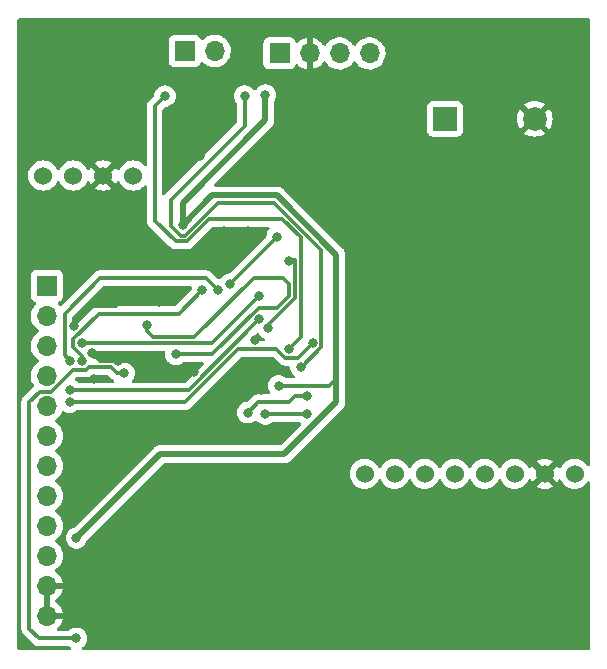
<source format=gbr>
%TF.GenerationSoftware,KiCad,Pcbnew,(6.0.6)*%
%TF.CreationDate,2023-12-09T00:08:52+03:00*%
%TF.ProjectId,MainAvionic-Kicad,4d61696e-4176-4696-9f6e-69632d4b6963,rev?*%
%TF.SameCoordinates,Original*%
%TF.FileFunction,Copper,L2,Bot*%
%TF.FilePolarity,Positive*%
%FSLAX46Y46*%
G04 Gerber Fmt 4.6, Leading zero omitted, Abs format (unit mm)*
G04 Created by KiCad (PCBNEW (6.0.6)) date 2023-12-09 00:08:52*
%MOMM*%
%LPD*%
G01*
G04 APERTURE LIST*
%TA.AperFunction,ComponentPad*%
%ADD10C,1.524000*%
%TD*%
%TA.AperFunction,ComponentPad*%
%ADD11R,1.700000X1.700000*%
%TD*%
%TA.AperFunction,ComponentPad*%
%ADD12O,1.700000X1.700000*%
%TD*%
%TA.AperFunction,ComponentPad*%
%ADD13R,2.000000X2.000000*%
%TD*%
%TA.AperFunction,ComponentPad*%
%ADD14C,2.000000*%
%TD*%
%TA.AperFunction,ViaPad*%
%ADD15C,0.800000*%
%TD*%
%TA.AperFunction,Conductor*%
%ADD16C,0.300000*%
%TD*%
%TA.AperFunction,Conductor*%
%ADD17C,0.500000*%
%TD*%
G04 APERTURE END LIST*
D10*
%TO.P,U5,1,VCC*%
%TO.N,+3.3V*%
X85810000Y-75310000D03*
%TO.P,U5,2,GND*%
%TO.N,GND*%
X83270000Y-75310000D03*
%TO.P,U5,3,SCL*%
%TO.N,I2C1-SCL*%
X80730000Y-75310000D03*
%TO.P,U5,4,SDA*%
%TO.N,I2C1-SDA*%
X78190000Y-75310000D03*
%TD*%
D11*
%TO.P,J1,1,Pin_1*%
%TO.N,+3.3V*%
X98200000Y-64975000D03*
D12*
%TO.P,J1,2,Pin_2*%
%TO.N,GND*%
X100740000Y-64975000D03*
%TO.P,J1,3,Pin_3*%
%TO.N,SWCLK*%
X103280000Y-64975000D03*
%TO.P,J1,4,Pin_4*%
%TO.N,SWDIO*%
X105820000Y-64975000D03*
%TD*%
D13*
%TO.P,BZ1,1,-*%
%TO.N,Net-(BZ1-Pad1)*%
X112200000Y-70500000D03*
D14*
%TO.P,BZ1,2,+*%
%TO.N,GND*%
X119800000Y-70500000D03*
%TD*%
D11*
%TO.P,J4,1,Pin_1*%
%TO.N,FIRSTSEP-CON*%
X90170000Y-64770000D03*
D12*
%TO.P,J4,2,Pin_2*%
%TO.N,SECSEP-CON*%
X92710000Y-64770000D03*
%TD*%
D11*
%TO.P,J2,1,Pin_1*%
%TO.N,Optional-ADC*%
X78500000Y-84640000D03*
D12*
%TO.P,J2,2,Pin_2*%
%TO.N,Optional-EXTI*%
X78500000Y-87180000D03*
%TO.P,J2,3,Pin_3*%
%TO.N,Optional-IN*%
X78500000Y-89720000D03*
%TO.P,J2,4,Pin_4*%
%TO.N,Optional-OUT1*%
X78500000Y-92260000D03*
%TO.P,J2,5,Pin_5*%
%TO.N,Optional-PWM*%
X78500000Y-94800000D03*
%TO.P,J2,6,Pin_6*%
%TO.N,Optional-OUT2*%
X78500000Y-97340000D03*
%TO.P,J2,7,Pin_7*%
%TO.N,USART2-TX*%
X78500000Y-99880000D03*
%TO.P,J2,8,Pin_8*%
%TO.N,USART2-RX*%
X78500000Y-102420000D03*
%TO.P,J2,9,Pin_9*%
%TO.N,+3.3V*%
X78500000Y-104960000D03*
%TO.P,J2,10,Pin_10*%
X78500000Y-107500000D03*
%TO.P,J2,11,Pin_11*%
%TO.N,GND*%
X78500000Y-110040000D03*
%TO.P,J2,12,Pin_12*%
X78500000Y-112580000D03*
%TD*%
D10*
%TO.P,U4,1,VCC*%
%TO.N,+3.3V*%
X123190000Y-100560000D03*
%TO.P,U4,2,GND*%
%TO.N,GND*%
X120650000Y-100560000D03*
%TO.P,U4,3,SCL*%
%TO.N,I2C2-SCL*%
X118110000Y-100560000D03*
%TO.P,U4,4,SDA*%
%TO.N,I2C2-SDA*%
X115570000Y-100560000D03*
%TO.P,U4,5,ADX*%
%TO.N,unconnected-(U4-Pad5)*%
X113030000Y-100560000D03*
%TO.P,U4,6,XCL*%
%TO.N,unconnected-(U4-Pad6)*%
X110490000Y-100560000D03*
%TO.P,U4,7,INT*%
%TO.N,unconnected-(U4-Pad7)*%
X107950000Y-100560000D03*
%TO.P,U4,8*%
%TO.N,N/C*%
X105410000Y-100560000D03*
%TD*%
D15*
%TO.N,+3.3VA*%
X89429260Y-90444763D03*
X87000000Y-88000000D03*
%TO.N,Optional-EXTI*%
X96500000Y-85500000D03*
X81500000Y-89500000D03*
%TO.N,Optional-IN*%
X93000000Y-85000000D03*
X80500000Y-91000000D03*
%TO.N,Optional-OUT1*%
X81500000Y-91000000D03*
X91661432Y-85042868D03*
%TO.N,Optional-PWM*%
X96500000Y-87500000D03*
X80500000Y-93500000D03*
%TO.N,Optional-OUT2*%
X101000000Y-89500000D03*
X80443538Y-94497904D03*
%TO.N,FIRSTSEP-CON*%
X99000000Y-90000000D03*
X88500000Y-68580000D03*
%TO.N,SECSEP-CON*%
X95250000Y-68580000D03*
X100000000Y-91500000D03*
%TO.N,Net-(R4-Pad2)*%
X98000000Y-80500000D03*
X94000000Y-84500000D03*
%TO.N,I2C2-SCL*%
X100500000Y-94000000D03*
X95499500Y-95390000D03*
%TO.N,I2C2-SDA*%
X97000000Y-95500000D03*
X100500000Y-95500000D03*
%TO.N,Optional-LED*%
X99029977Y-82529977D03*
X97250000Y-88250000D03*
%TO.N,GND*%
X95500000Y-80000000D03*
X96639500Y-93500000D03*
X90970023Y-91970023D03*
X93500000Y-80000000D03*
X102870000Y-109220000D03*
X97000000Y-75500000D03*
X80839715Y-88039669D03*
X97500000Y-112500000D03*
X108000000Y-87190000D03*
X118000000Y-69000000D03*
X101600000Y-67310000D03*
X81000000Y-81249500D03*
X85500000Y-85199500D03*
X82323576Y-90323576D03*
X91440000Y-73660000D03*
X99060000Y-72390000D03*
X96085187Y-89249000D03*
X88000000Y-86000000D03*
X86000000Y-112500000D03*
X84000000Y-82000000D03*
X81000000Y-113000000D03*
X119380000Y-97790000D03*
X88000000Y-81500000D03*
X88900000Y-73660000D03*
X84500000Y-91000000D03*
X86000000Y-98500000D03*
X123500000Y-81190000D03*
X82500000Y-92500000D03*
X83500000Y-77500000D03*
X105950500Y-76500000D03*
%TO.N,+3.3V*%
X85029977Y-92029977D03*
X90000000Y-79500000D03*
X97000000Y-68500000D03*
X81000000Y-106000000D03*
X98121174Y-93121174D03*
X81000000Y-114500000D03*
%TD*%
D16*
%TO.N,+3.3VA*%
X99000000Y-85500000D02*
X99000000Y-84500000D01*
X87500000Y-89000000D02*
X87000000Y-88500000D01*
X92494576Y-90444763D02*
X96439339Y-86500000D01*
X87000000Y-88500000D02*
X87000000Y-88000000D01*
X91000000Y-89000000D02*
X87500000Y-89000000D01*
X96439339Y-86500000D02*
X98000000Y-86500000D01*
X99000000Y-84500000D02*
X98500000Y-84000000D01*
X98000000Y-86500000D02*
X99000000Y-85500000D01*
X89429260Y-90444763D02*
X92494576Y-90444763D01*
X98500000Y-84000000D02*
X96000000Y-84000000D01*
X96000000Y-84000000D02*
X91000000Y-89000000D01*
%TO.N,Optional-EXTI*%
X92500000Y-89500000D02*
X96500000Y-85500000D01*
X81500000Y-89500000D02*
X92500000Y-89500000D01*
%TO.N,Optional-IN*%
X80500000Y-91000000D02*
X80000000Y-90500000D01*
X83000000Y-84000000D02*
X92000000Y-84000000D01*
X80000000Y-90500000D02*
X80000000Y-87000000D01*
X80000000Y-87000000D02*
X83000000Y-84000000D01*
X93000000Y-85000000D02*
X92000000Y-84000000D01*
%TO.N,Optional-OUT1*%
X81500000Y-91000000D02*
X81500000Y-90560661D01*
X80750000Y-89810661D02*
X80750000Y-89189339D01*
X80750000Y-89189339D02*
X82939339Y-87000000D01*
X82939339Y-87000000D02*
X89704300Y-87000000D01*
X89704300Y-87000000D02*
X91661432Y-85042868D01*
X81500000Y-90560661D02*
X80750000Y-89810661D01*
%TO.N,Optional-PWM*%
X90500000Y-93500000D02*
X96500000Y-87500000D01*
X80500000Y-93500000D02*
X90500000Y-93500000D01*
%TO.N,Optional-OUT2*%
X97939339Y-90000000D02*
X98689339Y-90750000D01*
X99750000Y-90750000D02*
X101000000Y-89500000D01*
X94707106Y-90000000D02*
X97939339Y-90000000D01*
X98689339Y-90750000D02*
X99750000Y-90750000D01*
X80443538Y-94497904D02*
X90209202Y-94497904D01*
X90209202Y-94497904D02*
X94707106Y-90000000D01*
%TO.N,FIRSTSEP-CON*%
X100000000Y-89000000D02*
X99000000Y-90000000D01*
X87630000Y-69450000D02*
X87630000Y-79130000D01*
X90371320Y-80896447D02*
X92267767Y-79000000D01*
X92267767Y-79000000D02*
X98444366Y-79000000D01*
X87630000Y-79130000D02*
X89396447Y-80896447D01*
X88500000Y-68580000D02*
X87630000Y-69450000D01*
X89396447Y-80896447D02*
X90371320Y-80896447D01*
X100000000Y-80555634D02*
X100000000Y-89000000D01*
X98444366Y-79000000D02*
X100000000Y-80555634D01*
%TO.N,SECSEP-CON*%
X89835786Y-80396447D02*
X90164214Y-80396447D01*
X95250000Y-68580000D02*
X95250000Y-71120000D01*
X89000000Y-79560661D02*
X89835786Y-80396447D01*
X90164214Y-80396447D02*
X92960661Y-77600000D01*
X92960661Y-77600000D02*
X97751472Y-77600000D01*
X97751472Y-77600000D02*
X101750000Y-81598528D01*
X95250000Y-71120000D02*
X89000000Y-77370000D01*
X100060661Y-91500000D02*
X100000000Y-91500000D01*
X89000000Y-77370000D02*
X89000000Y-79560661D01*
X101750000Y-89810661D02*
X100060661Y-91500000D01*
X101750000Y-81598528D02*
X101750000Y-89810661D01*
%TO.N,Net-(R4-Pad2)*%
X94000000Y-84500000D02*
X98000000Y-80500000D01*
%TO.N,I2C2-SCL*%
X95499500Y-95390000D02*
X96389500Y-94500000D01*
X99500000Y-94000000D02*
X100500000Y-94000000D01*
X96389500Y-94500000D02*
X99000000Y-94500000D01*
X99000000Y-94500000D02*
X99500000Y-94000000D01*
%TO.N,I2C2-SDA*%
X97000000Y-95500000D02*
X100500000Y-95500000D01*
%TO.N,Optional-LED*%
X99500000Y-85707107D02*
X99500000Y-82500000D01*
X99500000Y-82500000D02*
X99000000Y-82500000D01*
X97250000Y-88250000D02*
X97250000Y-87957107D01*
X97250000Y-87957107D02*
X99500000Y-85707107D01*
X99000000Y-82500000D02*
X99029977Y-82529977D01*
%TO.N,GND*%
X93500000Y-80000000D02*
X95500000Y-80000000D01*
X89404707Y-91970023D02*
X90970023Y-91970023D01*
D17*
X101600000Y-67310000D02*
X103500000Y-69210000D01*
D16*
X84500000Y-91000000D02*
X88434684Y-91000000D01*
X84320116Y-86379384D02*
X85500000Y-85199500D01*
X82500000Y-90500000D02*
X82323576Y-90323576D01*
X88434684Y-91000000D02*
X89404707Y-91970023D01*
X80839715Y-88039669D02*
X80839715Y-87539669D01*
X82000000Y-86379384D02*
X84320116Y-86379384D01*
X84500000Y-91000000D02*
X83000000Y-91000000D01*
X105950500Y-75450500D02*
X103500000Y-73000000D01*
X105950500Y-76500000D02*
X105950500Y-75450500D01*
D17*
X103500000Y-69210000D02*
X103500000Y-73000000D01*
D16*
X99500000Y-73000000D02*
X97000000Y-75500000D01*
X83000000Y-91000000D02*
X82500000Y-90500000D01*
X80839715Y-87539669D02*
X82000000Y-86379384D01*
X103500000Y-73000000D02*
X99500000Y-73000000D01*
%TO.N,+3.3V*%
X102378826Y-93121174D02*
X103000000Y-92500000D01*
D17*
X81000000Y-106000000D02*
X88087414Y-98912586D01*
X103000000Y-82000000D02*
X98000000Y-77000000D01*
D16*
X83939339Y-91500000D02*
X82060661Y-91500000D01*
D17*
X103000000Y-94500000D02*
X103000000Y-92500000D01*
X88087414Y-98912586D02*
X98587414Y-98912586D01*
D16*
X77817845Y-114500000D02*
X81000000Y-114500000D01*
X77000000Y-113682155D02*
X77817845Y-114500000D01*
X98121174Y-93121174D02*
X102378826Y-93121174D01*
X82060661Y-91500000D02*
X81810661Y-91750000D01*
D17*
X90000000Y-77640000D02*
X97000000Y-70640000D01*
X98000000Y-77000000D02*
X92500000Y-77000000D01*
D16*
X78857057Y-93600000D02*
X77900000Y-93600000D01*
X80707057Y-91750000D02*
X78857057Y-93600000D01*
X81810661Y-91750000D02*
X80707057Y-91750000D01*
X85029977Y-92029977D02*
X84469316Y-92029977D01*
D17*
X103000000Y-92500000D02*
X103000000Y-82000000D01*
X97000000Y-70640000D02*
X97000000Y-68500000D01*
D16*
X77000000Y-94500000D02*
X77000000Y-113682155D01*
D17*
X92500000Y-77000000D02*
X90000000Y-79500000D01*
D16*
X77900000Y-93600000D02*
X77000000Y-94500000D01*
X84469316Y-92029977D02*
X83939339Y-91500000D01*
D17*
X90000000Y-79500000D02*
X90000000Y-77640000D01*
X98587414Y-98912586D02*
X103000000Y-94500000D01*
%TD*%
%TA.AperFunction,Conductor*%
%TO.N,GND*%
G36*
X124433621Y-62028502D02*
G01*
X124480114Y-62082158D01*
X124491500Y-62134500D01*
X124491500Y-99804065D01*
X124471498Y-99872186D01*
X124417842Y-99918679D01*
X124347568Y-99928783D01*
X124282988Y-99899289D01*
X124262287Y-99876336D01*
X124170136Y-99744730D01*
X124170134Y-99744727D01*
X124166977Y-99740219D01*
X124009781Y-99583023D01*
X124005273Y-99579866D01*
X124005270Y-99579864D01*
X123912893Y-99515181D01*
X123827677Y-99455512D01*
X123822695Y-99453189D01*
X123822690Y-99453186D01*
X123631178Y-99363883D01*
X123631177Y-99363882D01*
X123626196Y-99361560D01*
X123620888Y-99360138D01*
X123620886Y-99360137D01*
X123555051Y-99342497D01*
X123411463Y-99304022D01*
X123190000Y-99284647D01*
X122968537Y-99304022D01*
X122824949Y-99342497D01*
X122759114Y-99360137D01*
X122759112Y-99360138D01*
X122753804Y-99361560D01*
X122748823Y-99363882D01*
X122748822Y-99363883D01*
X122557311Y-99453186D01*
X122557306Y-99453189D01*
X122552324Y-99455512D01*
X122547817Y-99458668D01*
X122547815Y-99458669D01*
X122374730Y-99579864D01*
X122374727Y-99579866D01*
X122370219Y-99583023D01*
X122213023Y-99740219D01*
X122209866Y-99744727D01*
X122209864Y-99744730D01*
X122112791Y-99883365D01*
X122085512Y-99922324D01*
X122083189Y-99927306D01*
X122083186Y-99927311D01*
X122033919Y-100032965D01*
X121987001Y-100086250D01*
X121918724Y-100105711D01*
X121850764Y-100085169D01*
X121805529Y-100032965D01*
X121756377Y-99927559D01*
X121750897Y-99918068D01*
X121720206Y-99874235D01*
X121709729Y-99865860D01*
X121696282Y-99872928D01*
X121022022Y-100547188D01*
X121014408Y-100561132D01*
X121014539Y-100562965D01*
X121018790Y-100569580D01*
X121697003Y-101247793D01*
X121708777Y-101254223D01*
X121720793Y-101244926D01*
X121750897Y-101201932D01*
X121756377Y-101192441D01*
X121805529Y-101087035D01*
X121852447Y-101033750D01*
X121920724Y-101014289D01*
X121988684Y-101034831D01*
X122033919Y-101087035D01*
X122083186Y-101192689D01*
X122083189Y-101192694D01*
X122085512Y-101197676D01*
X122088668Y-101202183D01*
X122088669Y-101202185D01*
X122168318Y-101315935D01*
X122213023Y-101379781D01*
X122370219Y-101536977D01*
X122374727Y-101540134D01*
X122374730Y-101540136D01*
X122438027Y-101584457D01*
X122552323Y-101664488D01*
X122557305Y-101666811D01*
X122557310Y-101666814D01*
X122747810Y-101755645D01*
X122753804Y-101758440D01*
X122759112Y-101759862D01*
X122759114Y-101759863D01*
X122802514Y-101771492D01*
X122968537Y-101815978D01*
X123190000Y-101835353D01*
X123411463Y-101815978D01*
X123577486Y-101771492D01*
X123620886Y-101759863D01*
X123620888Y-101759862D01*
X123626196Y-101758440D01*
X123632190Y-101755645D01*
X123822690Y-101666814D01*
X123822695Y-101666811D01*
X123827677Y-101664488D01*
X123941973Y-101584457D01*
X124005270Y-101540136D01*
X124005273Y-101540134D01*
X124009781Y-101536977D01*
X124166977Y-101379781D01*
X124211683Y-101315935D01*
X124262287Y-101243664D01*
X124317744Y-101199336D01*
X124388363Y-101192027D01*
X124451724Y-101224058D01*
X124487709Y-101285259D01*
X124491500Y-101315935D01*
X124491500Y-115365500D01*
X124471498Y-115433621D01*
X124417842Y-115480114D01*
X124365500Y-115491500D01*
X81568738Y-115491500D01*
X81500617Y-115471498D01*
X81454124Y-115417842D01*
X81444020Y-115347568D01*
X81473514Y-115282988D01*
X81494677Y-115263564D01*
X81536976Y-115232832D01*
X81611253Y-115178866D01*
X81656277Y-115128862D01*
X81734621Y-115041852D01*
X81734622Y-115041851D01*
X81739040Y-115036944D01*
X81834527Y-114871556D01*
X81893542Y-114689928D01*
X81913504Y-114500000D01*
X81893542Y-114310072D01*
X81834527Y-114128444D01*
X81739040Y-113963056D01*
X81611253Y-113821134D01*
X81499341Y-113739825D01*
X81462094Y-113712763D01*
X81462093Y-113712762D01*
X81456752Y-113708882D01*
X81450724Y-113706198D01*
X81450722Y-113706197D01*
X81288319Y-113633891D01*
X81288318Y-113633891D01*
X81282288Y-113631206D01*
X81179963Y-113609456D01*
X81101944Y-113592872D01*
X81101939Y-113592872D01*
X81095487Y-113591500D01*
X80904513Y-113591500D01*
X80898061Y-113592872D01*
X80898056Y-113592872D01*
X80820037Y-113609456D01*
X80717712Y-113631206D01*
X80711682Y-113633891D01*
X80711681Y-113633891D01*
X80549278Y-113706197D01*
X80549276Y-113706198D01*
X80543248Y-113708882D01*
X80537907Y-113712762D01*
X80537906Y-113712763D01*
X80500659Y-113739825D01*
X80394092Y-113817251D01*
X80393837Y-113817436D01*
X80326969Y-113841294D01*
X80319776Y-113841500D01*
X79462015Y-113841500D01*
X79393894Y-113821498D01*
X79347401Y-113767842D01*
X79337297Y-113697568D01*
X79366791Y-113632988D01*
X79380687Y-113619262D01*
X79383203Y-113617136D01*
X79534052Y-113466812D01*
X79540730Y-113458965D01*
X79665003Y-113286020D01*
X79670313Y-113277183D01*
X79764670Y-113086267D01*
X79768469Y-113076672D01*
X79830377Y-112872910D01*
X79832555Y-112862837D01*
X79833986Y-112851962D01*
X79831775Y-112837778D01*
X79818617Y-112834000D01*
X78372000Y-112834000D01*
X78303879Y-112813998D01*
X78257386Y-112760342D01*
X78246000Y-112708000D01*
X78246000Y-112307885D01*
X78754000Y-112307885D01*
X78758475Y-112323124D01*
X78759865Y-112324329D01*
X78767548Y-112326000D01*
X79818344Y-112326000D01*
X79831875Y-112322027D01*
X79833180Y-112312947D01*
X79791214Y-112145875D01*
X79787894Y-112136124D01*
X79702972Y-111940814D01*
X79698105Y-111931739D01*
X79582426Y-111752926D01*
X79576136Y-111744757D01*
X79432806Y-111587240D01*
X79425273Y-111580215D01*
X79258139Y-111448222D01*
X79249552Y-111442517D01*
X79212116Y-111421851D01*
X79162146Y-111371419D01*
X79147374Y-111301976D01*
X79172490Y-111235571D01*
X79199842Y-111208964D01*
X79375327Y-111083792D01*
X79383200Y-111077139D01*
X79534052Y-110926812D01*
X79540730Y-110918965D01*
X79665003Y-110746020D01*
X79670313Y-110737183D01*
X79764670Y-110546267D01*
X79768469Y-110536672D01*
X79830377Y-110332910D01*
X79832555Y-110322837D01*
X79833986Y-110311962D01*
X79831775Y-110297778D01*
X79818617Y-110294000D01*
X78772115Y-110294000D01*
X78756876Y-110298475D01*
X78755671Y-110299865D01*
X78754000Y-110307548D01*
X78754000Y-112307885D01*
X78246000Y-112307885D01*
X78246000Y-109912000D01*
X78266002Y-109843879D01*
X78319658Y-109797386D01*
X78372000Y-109786000D01*
X79818344Y-109786000D01*
X79831875Y-109782027D01*
X79833180Y-109772947D01*
X79791214Y-109605875D01*
X79787894Y-109596124D01*
X79702972Y-109400814D01*
X79698105Y-109391739D01*
X79582426Y-109212926D01*
X79576136Y-109204757D01*
X79432806Y-109047240D01*
X79425273Y-109040215D01*
X79258139Y-108908222D01*
X79249556Y-108902520D01*
X79212602Y-108882120D01*
X79162631Y-108831687D01*
X79147859Y-108762245D01*
X79172975Y-108695839D01*
X79200327Y-108669232D01*
X79223797Y-108652491D01*
X79379860Y-108541173D01*
X79538096Y-108383489D01*
X79668453Y-108202077D01*
X79767430Y-108001811D01*
X79832370Y-107788069D01*
X79861529Y-107566590D01*
X79863156Y-107500000D01*
X79844852Y-107277361D01*
X79790431Y-107060702D01*
X79701354Y-106855840D01*
X79656973Y-106787237D01*
X79582822Y-106672617D01*
X79582820Y-106672614D01*
X79580014Y-106668277D01*
X79429670Y-106503051D01*
X79425619Y-106499852D01*
X79425615Y-106499848D01*
X79258414Y-106367800D01*
X79258410Y-106367798D01*
X79254359Y-106364598D01*
X79213053Y-106341796D01*
X79163084Y-106291364D01*
X79148312Y-106221921D01*
X79173428Y-106155516D01*
X79200780Y-106128909D01*
X79343469Y-106027130D01*
X79379860Y-106001173D01*
X79538096Y-105843489D01*
X79557393Y-105816635D01*
X79665435Y-105666277D01*
X79668453Y-105662077D01*
X79685076Y-105628444D01*
X79765136Y-105466453D01*
X79765137Y-105466451D01*
X79767430Y-105461811D01*
X79832370Y-105248069D01*
X79861529Y-105026590D01*
X79863156Y-104960000D01*
X79844852Y-104737361D01*
X79790431Y-104520702D01*
X79701354Y-104315840D01*
X79580014Y-104128277D01*
X79429670Y-103963051D01*
X79425619Y-103959852D01*
X79425615Y-103959848D01*
X79258414Y-103827800D01*
X79258410Y-103827798D01*
X79254359Y-103824598D01*
X79213053Y-103801796D01*
X79163084Y-103751364D01*
X79148312Y-103681921D01*
X79173428Y-103615516D01*
X79200780Y-103588909D01*
X79343469Y-103487130D01*
X79379860Y-103461173D01*
X79538096Y-103303489D01*
X79668453Y-103122077D01*
X79767430Y-102921811D01*
X79832370Y-102708069D01*
X79861529Y-102486590D01*
X79863156Y-102420000D01*
X79844852Y-102197361D01*
X79790431Y-101980702D01*
X79701354Y-101775840D01*
X79600361Y-101619729D01*
X79582822Y-101592617D01*
X79582820Y-101592614D01*
X79580014Y-101588277D01*
X79429670Y-101423051D01*
X79425619Y-101419852D01*
X79425615Y-101419848D01*
X79258414Y-101287800D01*
X79258410Y-101287798D01*
X79254359Y-101284598D01*
X79213053Y-101261796D01*
X79163084Y-101211364D01*
X79148312Y-101141921D01*
X79173428Y-101075516D01*
X79200780Y-101048909D01*
X79343469Y-100947130D01*
X79379860Y-100921173D01*
X79538096Y-100763489D01*
X79668453Y-100582077D01*
X79674630Y-100569580D01*
X79765136Y-100386453D01*
X79765137Y-100386451D01*
X79767430Y-100381811D01*
X79832370Y-100168069D01*
X79861529Y-99946590D01*
X79863156Y-99880000D01*
X79844852Y-99657361D01*
X79790431Y-99440702D01*
X79701354Y-99235840D01*
X79580014Y-99048277D01*
X79429670Y-98883051D01*
X79425619Y-98879852D01*
X79425615Y-98879848D01*
X79258414Y-98747800D01*
X79258410Y-98747798D01*
X79254359Y-98744598D01*
X79213053Y-98721796D01*
X79163084Y-98671364D01*
X79148312Y-98601921D01*
X79173428Y-98535516D01*
X79200780Y-98508909D01*
X79343469Y-98407130D01*
X79379860Y-98381173D01*
X79538096Y-98223489D01*
X79541872Y-98218235D01*
X79665435Y-98046277D01*
X79668453Y-98042077D01*
X79767430Y-97841811D01*
X79832370Y-97628069D01*
X79861529Y-97406590D01*
X79863156Y-97340000D01*
X79844852Y-97117361D01*
X79790431Y-96900702D01*
X79701354Y-96695840D01*
X79580014Y-96508277D01*
X79429670Y-96343051D01*
X79425619Y-96339852D01*
X79425615Y-96339848D01*
X79258414Y-96207800D01*
X79258410Y-96207798D01*
X79254359Y-96204598D01*
X79213053Y-96181796D01*
X79163084Y-96131364D01*
X79148312Y-96061921D01*
X79173428Y-95995516D01*
X79200780Y-95968909D01*
X79343469Y-95867130D01*
X79379860Y-95841173D01*
X79538096Y-95683489D01*
X79668453Y-95502077D01*
X79763857Y-95309039D01*
X79811970Y-95256833D01*
X79880671Y-95238926D01*
X79950875Y-95262931D01*
X79986786Y-95289022D01*
X79992814Y-95291706D01*
X79992816Y-95291707D01*
X80031747Y-95309040D01*
X80161250Y-95366698D01*
X80239991Y-95383435D01*
X80341594Y-95405032D01*
X80341599Y-95405032D01*
X80348051Y-95406404D01*
X80539025Y-95406404D01*
X80545477Y-95405032D01*
X80545482Y-95405032D01*
X80647085Y-95383435D01*
X80725826Y-95366698D01*
X80855329Y-95309040D01*
X80894260Y-95291707D01*
X80894262Y-95291706D01*
X80900290Y-95289022D01*
X81049701Y-95180468D01*
X81116569Y-95156610D01*
X81123762Y-95156404D01*
X90127146Y-95156404D01*
X90139002Y-95156963D01*
X90139005Y-95156963D01*
X90146739Y-95158692D01*
X90217571Y-95156466D01*
X90221529Y-95156404D01*
X90250634Y-95156404D01*
X90255034Y-95155848D01*
X90266866Y-95154916D01*
X90313033Y-95153466D01*
X90333623Y-95147484D01*
X90352984Y-95143474D01*
X90359972Y-95142592D01*
X90366406Y-95141779D01*
X90366407Y-95141779D01*
X90374266Y-95140786D01*
X90381631Y-95137870D01*
X90381635Y-95137869D01*
X90417223Y-95123778D01*
X90428433Y-95119939D01*
X90472802Y-95107049D01*
X90491267Y-95096129D01*
X90509007Y-95087438D01*
X90528958Y-95079539D01*
X90566331Y-95052386D01*
X90576250Y-95045871D01*
X90609179Y-95026397D01*
X90609183Y-95026394D01*
X90616009Y-95022357D01*
X90631173Y-95007193D01*
X90646207Y-94994352D01*
X90657145Y-94986405D01*
X90663559Y-94981745D01*
X90693005Y-94946151D01*
X90700994Y-94937372D01*
X94942961Y-90695405D01*
X95005273Y-90661379D01*
X95032056Y-90658500D01*
X97614389Y-90658500D01*
X97682510Y-90678502D01*
X97703484Y-90695405D01*
X98165684Y-91157605D01*
X98173674Y-91166385D01*
X98177923Y-91173080D01*
X98183701Y-91178506D01*
X98183702Y-91178507D01*
X98229596Y-91221604D01*
X98232438Y-91224359D01*
X98253006Y-91244927D01*
X98256509Y-91247644D01*
X98265534Y-91255352D01*
X98299206Y-91286972D01*
X98306157Y-91290793D01*
X98306158Y-91290794D01*
X98317997Y-91297303D01*
X98334521Y-91308157D01*
X98345204Y-91316443D01*
X98351471Y-91321304D01*
X98358746Y-91324452D01*
X98393875Y-91339654D01*
X98404520Y-91344869D01*
X98445002Y-91367124D01*
X98452676Y-91369094D01*
X98452683Y-91369097D01*
X98465765Y-91372455D01*
X98484473Y-91378860D01*
X98504162Y-91387380D01*
X98511988Y-91388619D01*
X98511990Y-91388620D01*
X98536498Y-91392501D01*
X98549798Y-91394608D01*
X98561409Y-91397012D01*
X98592446Y-91404981D01*
X98598474Y-91406529D01*
X98598475Y-91406529D01*
X98606151Y-91408500D01*
X98627597Y-91408500D01*
X98647307Y-91410051D01*
X98660661Y-91412166D01*
X98660662Y-91412166D01*
X98668491Y-91413406D01*
X98714480Y-91409059D01*
X98726335Y-91408500D01*
X98963428Y-91408500D01*
X99031549Y-91428502D01*
X99078042Y-91482158D01*
X99088738Y-91521330D01*
X99103147Y-91658421D01*
X99106458Y-91689928D01*
X99165473Y-91871556D01*
X99260960Y-92036944D01*
X99388747Y-92178866D01*
X99394089Y-92182747D01*
X99394091Y-92182749D01*
X99465648Y-92234738D01*
X99509002Y-92290960D01*
X99515077Y-92361697D01*
X99481945Y-92424488D01*
X99420125Y-92459400D01*
X99391587Y-92462674D01*
X98801398Y-92462674D01*
X98733277Y-92442672D01*
X98727337Y-92438610D01*
X98727083Y-92438425D01*
X98621004Y-92361354D01*
X98583268Y-92333937D01*
X98583267Y-92333936D01*
X98577926Y-92330056D01*
X98571898Y-92327372D01*
X98571896Y-92327371D01*
X98409493Y-92255065D01*
X98409492Y-92255065D01*
X98403462Y-92252380D01*
X98306881Y-92231851D01*
X98223118Y-92214046D01*
X98223113Y-92214046D01*
X98216661Y-92212674D01*
X98025687Y-92212674D01*
X98019235Y-92214046D01*
X98019230Y-92214046D01*
X97935467Y-92231851D01*
X97838886Y-92252380D01*
X97832856Y-92255065D01*
X97832855Y-92255065D01*
X97670452Y-92327371D01*
X97670450Y-92327372D01*
X97664422Y-92330056D01*
X97659081Y-92333936D01*
X97659080Y-92333937D01*
X97624385Y-92359145D01*
X97509921Y-92442308D01*
X97505500Y-92447218D01*
X97505499Y-92447219D01*
X97394253Y-92570771D01*
X97382134Y-92584230D01*
X97329432Y-92675513D01*
X97310189Y-92708843D01*
X97286647Y-92749618D01*
X97227632Y-92931246D01*
X97207670Y-93121174D01*
X97227632Y-93311102D01*
X97286647Y-93492730D01*
X97289950Y-93498452D01*
X97289951Y-93498453D01*
X97378890Y-93652500D01*
X97395628Y-93721495D01*
X97372407Y-93788587D01*
X97316600Y-93832474D01*
X97269771Y-93841500D01*
X96471556Y-93841500D01*
X96459700Y-93840941D01*
X96459697Y-93840941D01*
X96451963Y-93839212D01*
X96396946Y-93840941D01*
X96381131Y-93841438D01*
X96377173Y-93841500D01*
X96348068Y-93841500D01*
X96343668Y-93842056D01*
X96331836Y-93842988D01*
X96285669Y-93844438D01*
X96265079Y-93850420D01*
X96245718Y-93854430D01*
X96238730Y-93855312D01*
X96232296Y-93856125D01*
X96232295Y-93856125D01*
X96224436Y-93857118D01*
X96217071Y-93860034D01*
X96217067Y-93860035D01*
X96181479Y-93874126D01*
X96170269Y-93877965D01*
X96125900Y-93890855D01*
X96107435Y-93901775D01*
X96089695Y-93910466D01*
X96069744Y-93918365D01*
X96032374Y-93945516D01*
X96022452Y-93952033D01*
X95989523Y-93971507D01*
X95989519Y-93971510D01*
X95982693Y-93975547D01*
X95967529Y-93990711D01*
X95952496Y-94003551D01*
X95935143Y-94016159D01*
X95905698Y-94051752D01*
X95897708Y-94060532D01*
X95513645Y-94444595D01*
X95451333Y-94478621D01*
X95424550Y-94481500D01*
X95404013Y-94481500D01*
X95397561Y-94482872D01*
X95397556Y-94482872D01*
X95310612Y-94501353D01*
X95217212Y-94521206D01*
X95211182Y-94523891D01*
X95211181Y-94523891D01*
X95048778Y-94596197D01*
X95048776Y-94596198D01*
X95042748Y-94598882D01*
X94888247Y-94711134D01*
X94883826Y-94716044D01*
X94883825Y-94716045D01*
X94789203Y-94821134D01*
X94760460Y-94853056D01*
X94726342Y-94912150D01*
X94678883Y-94994352D01*
X94664973Y-95018444D01*
X94605958Y-95200072D01*
X94585996Y-95390000D01*
X94605958Y-95579928D01*
X94664973Y-95761556D01*
X94760460Y-95926944D01*
X94764878Y-95931851D01*
X94764879Y-95931852D01*
X94883825Y-96063955D01*
X94888247Y-96068866D01*
X95042748Y-96181118D01*
X95048776Y-96183802D01*
X95048778Y-96183803D01*
X95211181Y-96256109D01*
X95217212Y-96258794D01*
X95283726Y-96272932D01*
X95397556Y-96297128D01*
X95397561Y-96297128D01*
X95404013Y-96298500D01*
X95594987Y-96298500D01*
X95601439Y-96297128D01*
X95601444Y-96297128D01*
X95715274Y-96272932D01*
X95781788Y-96258794D01*
X95787819Y-96256109D01*
X95950222Y-96183803D01*
X95950224Y-96183802D01*
X95956252Y-96181118D01*
X96110753Y-96068866D01*
X96115176Y-96063954D01*
X96115480Y-96063680D01*
X96179486Y-96032961D01*
X96249940Y-96041723D01*
X96293426Y-96073001D01*
X96388747Y-96178866D01*
X96543248Y-96291118D01*
X96549276Y-96293802D01*
X96549278Y-96293803D01*
X96711681Y-96366109D01*
X96717712Y-96368794D01*
X96811113Y-96388647D01*
X96898056Y-96407128D01*
X96898061Y-96407128D01*
X96904513Y-96408500D01*
X97095487Y-96408500D01*
X97101939Y-96407128D01*
X97101944Y-96407128D01*
X97188887Y-96388647D01*
X97282288Y-96368794D01*
X97288319Y-96366109D01*
X97450722Y-96293803D01*
X97450724Y-96293802D01*
X97456752Y-96291118D01*
X97606163Y-96182564D01*
X97673031Y-96158706D01*
X97680224Y-96158500D01*
X99819776Y-96158500D01*
X99893837Y-96182564D01*
X99977736Y-96243521D01*
X100021089Y-96299741D01*
X100027164Y-96370477D01*
X99992769Y-96434550D01*
X98310138Y-98117181D01*
X98247826Y-98151207D01*
X98221043Y-98154086D01*
X88154484Y-98154086D01*
X88135534Y-98152653D01*
X88121299Y-98150487D01*
X88121295Y-98150487D01*
X88114065Y-98149387D01*
X88106773Y-98149980D01*
X88106770Y-98149980D01*
X88061396Y-98153671D01*
X88051181Y-98154086D01*
X88043121Y-98154086D01*
X88029831Y-98155635D01*
X88014907Y-98157375D01*
X88010532Y-98157808D01*
X87945075Y-98163132D01*
X87945072Y-98163133D01*
X87937777Y-98163726D01*
X87930813Y-98165982D01*
X87924854Y-98167173D01*
X87918999Y-98168557D01*
X87911733Y-98169404D01*
X87843087Y-98194321D01*
X87838959Y-98195738D01*
X87776478Y-98215979D01*
X87776476Y-98215980D01*
X87769515Y-98218235D01*
X87763260Y-98222031D01*
X87757786Y-98224537D01*
X87752356Y-98227256D01*
X87745477Y-98229753D01*
X87739357Y-98233766D01*
X87739356Y-98233766D01*
X87684438Y-98269772D01*
X87680734Y-98272109D01*
X87618307Y-98309991D01*
X87609930Y-98317389D01*
X87609906Y-98317362D01*
X87606914Y-98320015D01*
X87603681Y-98322718D01*
X87597562Y-98326730D01*
X87592530Y-98332042D01*
X87544286Y-98382969D01*
X87541908Y-98385411D01*
X80843669Y-105083650D01*
X80780772Y-105117801D01*
X80724176Y-105129831D01*
X80724167Y-105129834D01*
X80717712Y-105131206D01*
X80711682Y-105133891D01*
X80711681Y-105133891D01*
X80549278Y-105206197D01*
X80549276Y-105206198D01*
X80543248Y-105208882D01*
X80388747Y-105321134D01*
X80384326Y-105326044D01*
X80384325Y-105326045D01*
X80266542Y-105456857D01*
X80260960Y-105463056D01*
X80165473Y-105628444D01*
X80106458Y-105810072D01*
X80086496Y-106000000D01*
X80087186Y-106006565D01*
X80100254Y-106130896D01*
X80106458Y-106189928D01*
X80165473Y-106371556D01*
X80260960Y-106536944D01*
X80388747Y-106678866D01*
X80543248Y-106791118D01*
X80549276Y-106793802D01*
X80549278Y-106793803D01*
X80699285Y-106860590D01*
X80717712Y-106868794D01*
X80811113Y-106888647D01*
X80898056Y-106907128D01*
X80898061Y-106907128D01*
X80904513Y-106908500D01*
X81095487Y-106908500D01*
X81101939Y-106907128D01*
X81101944Y-106907128D01*
X81188887Y-106888647D01*
X81282288Y-106868794D01*
X81300715Y-106860590D01*
X81450722Y-106793803D01*
X81450724Y-106793802D01*
X81456752Y-106791118D01*
X81611253Y-106678866D01*
X81739040Y-106536944D01*
X81834527Y-106371556D01*
X81889387Y-106202714D01*
X81920125Y-106152556D01*
X87512681Y-100560000D01*
X104134647Y-100560000D01*
X104154022Y-100781463D01*
X104211560Y-100996196D01*
X104213882Y-101001177D01*
X104213883Y-101001178D01*
X104303186Y-101192689D01*
X104303189Y-101192694D01*
X104305512Y-101197676D01*
X104308668Y-101202183D01*
X104308669Y-101202185D01*
X104388318Y-101315935D01*
X104433023Y-101379781D01*
X104590219Y-101536977D01*
X104594727Y-101540134D01*
X104594730Y-101540136D01*
X104658027Y-101584457D01*
X104772323Y-101664488D01*
X104777305Y-101666811D01*
X104777310Y-101666814D01*
X104967810Y-101755645D01*
X104973804Y-101758440D01*
X104979112Y-101759862D01*
X104979114Y-101759863D01*
X105022514Y-101771492D01*
X105188537Y-101815978D01*
X105410000Y-101835353D01*
X105631463Y-101815978D01*
X105797486Y-101771492D01*
X105840886Y-101759863D01*
X105840888Y-101759862D01*
X105846196Y-101758440D01*
X105852190Y-101755645D01*
X106042690Y-101666814D01*
X106042695Y-101666811D01*
X106047677Y-101664488D01*
X106161973Y-101584457D01*
X106225270Y-101540136D01*
X106225273Y-101540134D01*
X106229781Y-101536977D01*
X106386977Y-101379781D01*
X106431683Y-101315935D01*
X106511331Y-101202185D01*
X106511332Y-101202183D01*
X106514488Y-101197676D01*
X106516811Y-101192694D01*
X106516814Y-101192689D01*
X106565805Y-101087627D01*
X106612723Y-101034342D01*
X106681000Y-101014881D01*
X106748960Y-101035423D01*
X106794195Y-101087627D01*
X106843186Y-101192689D01*
X106843189Y-101192694D01*
X106845512Y-101197676D01*
X106848668Y-101202183D01*
X106848669Y-101202185D01*
X106928318Y-101315935D01*
X106973023Y-101379781D01*
X107130219Y-101536977D01*
X107134727Y-101540134D01*
X107134730Y-101540136D01*
X107198027Y-101584457D01*
X107312323Y-101664488D01*
X107317305Y-101666811D01*
X107317310Y-101666814D01*
X107507810Y-101755645D01*
X107513804Y-101758440D01*
X107519112Y-101759862D01*
X107519114Y-101759863D01*
X107562514Y-101771492D01*
X107728537Y-101815978D01*
X107950000Y-101835353D01*
X108171463Y-101815978D01*
X108337486Y-101771492D01*
X108380886Y-101759863D01*
X108380888Y-101759862D01*
X108386196Y-101758440D01*
X108392190Y-101755645D01*
X108582690Y-101666814D01*
X108582695Y-101666811D01*
X108587677Y-101664488D01*
X108701973Y-101584457D01*
X108765270Y-101540136D01*
X108765273Y-101540134D01*
X108769781Y-101536977D01*
X108926977Y-101379781D01*
X108971683Y-101315935D01*
X109051331Y-101202185D01*
X109051332Y-101202183D01*
X109054488Y-101197676D01*
X109056811Y-101192694D01*
X109056814Y-101192689D01*
X109105805Y-101087627D01*
X109152723Y-101034342D01*
X109221000Y-101014881D01*
X109288960Y-101035423D01*
X109334195Y-101087627D01*
X109383186Y-101192689D01*
X109383189Y-101192694D01*
X109385512Y-101197676D01*
X109388668Y-101202183D01*
X109388669Y-101202185D01*
X109468318Y-101315935D01*
X109513023Y-101379781D01*
X109670219Y-101536977D01*
X109674727Y-101540134D01*
X109674730Y-101540136D01*
X109738027Y-101584457D01*
X109852323Y-101664488D01*
X109857305Y-101666811D01*
X109857310Y-101666814D01*
X110047810Y-101755645D01*
X110053804Y-101758440D01*
X110059112Y-101759862D01*
X110059114Y-101759863D01*
X110102514Y-101771492D01*
X110268537Y-101815978D01*
X110490000Y-101835353D01*
X110711463Y-101815978D01*
X110877486Y-101771492D01*
X110920886Y-101759863D01*
X110920888Y-101759862D01*
X110926196Y-101758440D01*
X110932190Y-101755645D01*
X111122690Y-101666814D01*
X111122695Y-101666811D01*
X111127677Y-101664488D01*
X111241973Y-101584457D01*
X111305270Y-101540136D01*
X111305273Y-101540134D01*
X111309781Y-101536977D01*
X111466977Y-101379781D01*
X111511683Y-101315935D01*
X111591331Y-101202185D01*
X111591332Y-101202183D01*
X111594488Y-101197676D01*
X111596811Y-101192694D01*
X111596814Y-101192689D01*
X111645805Y-101087627D01*
X111692723Y-101034342D01*
X111761000Y-101014881D01*
X111828960Y-101035423D01*
X111874195Y-101087627D01*
X111923186Y-101192689D01*
X111923189Y-101192694D01*
X111925512Y-101197676D01*
X111928668Y-101202183D01*
X111928669Y-101202185D01*
X112008318Y-101315935D01*
X112053023Y-101379781D01*
X112210219Y-101536977D01*
X112214727Y-101540134D01*
X112214730Y-101540136D01*
X112278027Y-101584457D01*
X112392323Y-101664488D01*
X112397305Y-101666811D01*
X112397310Y-101666814D01*
X112587810Y-101755645D01*
X112593804Y-101758440D01*
X112599112Y-101759862D01*
X112599114Y-101759863D01*
X112642514Y-101771492D01*
X112808537Y-101815978D01*
X113030000Y-101835353D01*
X113251463Y-101815978D01*
X113417486Y-101771492D01*
X113460886Y-101759863D01*
X113460888Y-101759862D01*
X113466196Y-101758440D01*
X113472190Y-101755645D01*
X113662690Y-101666814D01*
X113662695Y-101666811D01*
X113667677Y-101664488D01*
X113781973Y-101584457D01*
X113845270Y-101540136D01*
X113845273Y-101540134D01*
X113849781Y-101536977D01*
X114006977Y-101379781D01*
X114051683Y-101315935D01*
X114131331Y-101202185D01*
X114131332Y-101202183D01*
X114134488Y-101197676D01*
X114136811Y-101192694D01*
X114136814Y-101192689D01*
X114185805Y-101087627D01*
X114232723Y-101034342D01*
X114301000Y-101014881D01*
X114368960Y-101035423D01*
X114414195Y-101087627D01*
X114463186Y-101192689D01*
X114463189Y-101192694D01*
X114465512Y-101197676D01*
X114468668Y-101202183D01*
X114468669Y-101202185D01*
X114548318Y-101315935D01*
X114593023Y-101379781D01*
X114750219Y-101536977D01*
X114754727Y-101540134D01*
X114754730Y-101540136D01*
X114818027Y-101584457D01*
X114932323Y-101664488D01*
X114937305Y-101666811D01*
X114937310Y-101666814D01*
X115127810Y-101755645D01*
X115133804Y-101758440D01*
X115139112Y-101759862D01*
X115139114Y-101759863D01*
X115182514Y-101771492D01*
X115348537Y-101815978D01*
X115570000Y-101835353D01*
X115791463Y-101815978D01*
X115957486Y-101771492D01*
X116000886Y-101759863D01*
X116000888Y-101759862D01*
X116006196Y-101758440D01*
X116012190Y-101755645D01*
X116202690Y-101666814D01*
X116202695Y-101666811D01*
X116207677Y-101664488D01*
X116321973Y-101584457D01*
X116385270Y-101540136D01*
X116385273Y-101540134D01*
X116389781Y-101536977D01*
X116546977Y-101379781D01*
X116591683Y-101315935D01*
X116671331Y-101202185D01*
X116671332Y-101202183D01*
X116674488Y-101197676D01*
X116676811Y-101192694D01*
X116676814Y-101192689D01*
X116725805Y-101087627D01*
X116772723Y-101034342D01*
X116841000Y-101014881D01*
X116908960Y-101035423D01*
X116954195Y-101087627D01*
X117003186Y-101192689D01*
X117003189Y-101192694D01*
X117005512Y-101197676D01*
X117008668Y-101202183D01*
X117008669Y-101202185D01*
X117088318Y-101315935D01*
X117133023Y-101379781D01*
X117290219Y-101536977D01*
X117294727Y-101540134D01*
X117294730Y-101540136D01*
X117358027Y-101584457D01*
X117472323Y-101664488D01*
X117477305Y-101666811D01*
X117477310Y-101666814D01*
X117667810Y-101755645D01*
X117673804Y-101758440D01*
X117679112Y-101759862D01*
X117679114Y-101759863D01*
X117722514Y-101771492D01*
X117888537Y-101815978D01*
X118110000Y-101835353D01*
X118331463Y-101815978D01*
X118497486Y-101771492D01*
X118540886Y-101759863D01*
X118540888Y-101759862D01*
X118546196Y-101758440D01*
X118552190Y-101755645D01*
X118742690Y-101666814D01*
X118742695Y-101666811D01*
X118747677Y-101664488D01*
X118812959Y-101618777D01*
X119955777Y-101618777D01*
X119965074Y-101630793D01*
X120008069Y-101660898D01*
X120017555Y-101666376D01*
X120208993Y-101755645D01*
X120219285Y-101759391D01*
X120423309Y-101814059D01*
X120434104Y-101815962D01*
X120644525Y-101834372D01*
X120655475Y-101834372D01*
X120865896Y-101815962D01*
X120876691Y-101814059D01*
X121080715Y-101759391D01*
X121091007Y-101755645D01*
X121282445Y-101666376D01*
X121291931Y-101660898D01*
X121335764Y-101630207D01*
X121344139Y-101619729D01*
X121337071Y-101606281D01*
X120662812Y-100932022D01*
X120648868Y-100924408D01*
X120647035Y-100924539D01*
X120640420Y-100928790D01*
X119962207Y-101607003D01*
X119955777Y-101618777D01*
X118812959Y-101618777D01*
X118861973Y-101584457D01*
X118925270Y-101540136D01*
X118925273Y-101540134D01*
X118929781Y-101536977D01*
X119086977Y-101379781D01*
X119131683Y-101315935D01*
X119211331Y-101202185D01*
X119211332Y-101202183D01*
X119214488Y-101197676D01*
X119216811Y-101192694D01*
X119216814Y-101192689D01*
X119266081Y-101087035D01*
X119312999Y-101033750D01*
X119381276Y-101014289D01*
X119449236Y-101034831D01*
X119494471Y-101087035D01*
X119543623Y-101192441D01*
X119549103Y-101201932D01*
X119579794Y-101245765D01*
X119590271Y-101254140D01*
X119603718Y-101247072D01*
X120277978Y-100572812D01*
X120285592Y-100558868D01*
X120285461Y-100557035D01*
X120281210Y-100550420D01*
X119602997Y-99872207D01*
X119591223Y-99865777D01*
X119579207Y-99875074D01*
X119549103Y-99918068D01*
X119543623Y-99927559D01*
X119494471Y-100032965D01*
X119447553Y-100086250D01*
X119379276Y-100105711D01*
X119311316Y-100085169D01*
X119266081Y-100032965D01*
X119216814Y-99927311D01*
X119216811Y-99927306D01*
X119214488Y-99922324D01*
X119187209Y-99883365D01*
X119090136Y-99744730D01*
X119090134Y-99744727D01*
X119086977Y-99740219D01*
X118929781Y-99583023D01*
X118925273Y-99579866D01*
X118925270Y-99579864D01*
X118832893Y-99515181D01*
X118811599Y-99500271D01*
X119955860Y-99500271D01*
X119962928Y-99513718D01*
X120637188Y-100187978D01*
X120651132Y-100195592D01*
X120652965Y-100195461D01*
X120659580Y-100191210D01*
X121337793Y-99512997D01*
X121344223Y-99501223D01*
X121334926Y-99489207D01*
X121291931Y-99459102D01*
X121282445Y-99453624D01*
X121091007Y-99364355D01*
X121080715Y-99360609D01*
X120876691Y-99305941D01*
X120865896Y-99304038D01*
X120655475Y-99285628D01*
X120644525Y-99285628D01*
X120434104Y-99304038D01*
X120423309Y-99305941D01*
X120219285Y-99360609D01*
X120208993Y-99364355D01*
X120017559Y-99453623D01*
X120008068Y-99459103D01*
X119964235Y-99489794D01*
X119955860Y-99500271D01*
X118811599Y-99500271D01*
X118747677Y-99455512D01*
X118742695Y-99453189D01*
X118742690Y-99453186D01*
X118551178Y-99363883D01*
X118551177Y-99363882D01*
X118546196Y-99361560D01*
X118540888Y-99360138D01*
X118540886Y-99360137D01*
X118475051Y-99342497D01*
X118331463Y-99304022D01*
X118110000Y-99284647D01*
X117888537Y-99304022D01*
X117744949Y-99342497D01*
X117679114Y-99360137D01*
X117679112Y-99360138D01*
X117673804Y-99361560D01*
X117668823Y-99363882D01*
X117668822Y-99363883D01*
X117477311Y-99453186D01*
X117477306Y-99453189D01*
X117472324Y-99455512D01*
X117467817Y-99458668D01*
X117467815Y-99458669D01*
X117294730Y-99579864D01*
X117294727Y-99579866D01*
X117290219Y-99583023D01*
X117133023Y-99740219D01*
X117129866Y-99744727D01*
X117129864Y-99744730D01*
X117032791Y-99883365D01*
X117005512Y-99922324D01*
X117003189Y-99927306D01*
X117003186Y-99927311D01*
X116954195Y-100032373D01*
X116907277Y-100085658D01*
X116839000Y-100105119D01*
X116771040Y-100084577D01*
X116725805Y-100032373D01*
X116676814Y-99927311D01*
X116676811Y-99927306D01*
X116674488Y-99922324D01*
X116647209Y-99883365D01*
X116550136Y-99744730D01*
X116550134Y-99744727D01*
X116546977Y-99740219D01*
X116389781Y-99583023D01*
X116385273Y-99579866D01*
X116385270Y-99579864D01*
X116292893Y-99515181D01*
X116207677Y-99455512D01*
X116202695Y-99453189D01*
X116202690Y-99453186D01*
X116011178Y-99363883D01*
X116011177Y-99363882D01*
X116006196Y-99361560D01*
X116000888Y-99360138D01*
X116000886Y-99360137D01*
X115935051Y-99342497D01*
X115791463Y-99304022D01*
X115570000Y-99284647D01*
X115348537Y-99304022D01*
X115204949Y-99342497D01*
X115139114Y-99360137D01*
X115139112Y-99360138D01*
X115133804Y-99361560D01*
X115128823Y-99363882D01*
X115128822Y-99363883D01*
X114937311Y-99453186D01*
X114937306Y-99453189D01*
X114932324Y-99455512D01*
X114927817Y-99458668D01*
X114927815Y-99458669D01*
X114754730Y-99579864D01*
X114754727Y-99579866D01*
X114750219Y-99583023D01*
X114593023Y-99740219D01*
X114589866Y-99744727D01*
X114589864Y-99744730D01*
X114492791Y-99883365D01*
X114465512Y-99922324D01*
X114463189Y-99927306D01*
X114463186Y-99927311D01*
X114414195Y-100032373D01*
X114367277Y-100085658D01*
X114299000Y-100105119D01*
X114231040Y-100084577D01*
X114185805Y-100032373D01*
X114136814Y-99927311D01*
X114136811Y-99927306D01*
X114134488Y-99922324D01*
X114107209Y-99883365D01*
X114010136Y-99744730D01*
X114010134Y-99744727D01*
X114006977Y-99740219D01*
X113849781Y-99583023D01*
X113845273Y-99579866D01*
X113845270Y-99579864D01*
X113752893Y-99515181D01*
X113667677Y-99455512D01*
X113662695Y-99453189D01*
X113662690Y-99453186D01*
X113471178Y-99363883D01*
X113471177Y-99363882D01*
X113466196Y-99361560D01*
X113460888Y-99360138D01*
X113460886Y-99360137D01*
X113395051Y-99342497D01*
X113251463Y-99304022D01*
X113030000Y-99284647D01*
X112808537Y-99304022D01*
X112664949Y-99342497D01*
X112599114Y-99360137D01*
X112599112Y-99360138D01*
X112593804Y-99361560D01*
X112588823Y-99363882D01*
X112588822Y-99363883D01*
X112397311Y-99453186D01*
X112397306Y-99453189D01*
X112392324Y-99455512D01*
X112387817Y-99458668D01*
X112387815Y-99458669D01*
X112214730Y-99579864D01*
X112214727Y-99579866D01*
X112210219Y-99583023D01*
X112053023Y-99740219D01*
X112049866Y-99744727D01*
X112049864Y-99744730D01*
X111952791Y-99883365D01*
X111925512Y-99922324D01*
X111923189Y-99927306D01*
X111923186Y-99927311D01*
X111874195Y-100032373D01*
X111827277Y-100085658D01*
X111759000Y-100105119D01*
X111691040Y-100084577D01*
X111645805Y-100032373D01*
X111596814Y-99927311D01*
X111596811Y-99927306D01*
X111594488Y-99922324D01*
X111567209Y-99883365D01*
X111470136Y-99744730D01*
X111470134Y-99744727D01*
X111466977Y-99740219D01*
X111309781Y-99583023D01*
X111305273Y-99579866D01*
X111305270Y-99579864D01*
X111212893Y-99515181D01*
X111127677Y-99455512D01*
X111122695Y-99453189D01*
X111122690Y-99453186D01*
X110931178Y-99363883D01*
X110931177Y-99363882D01*
X110926196Y-99361560D01*
X110920888Y-99360138D01*
X110920886Y-99360137D01*
X110855051Y-99342497D01*
X110711463Y-99304022D01*
X110490000Y-99284647D01*
X110268537Y-99304022D01*
X110124949Y-99342497D01*
X110059114Y-99360137D01*
X110059112Y-99360138D01*
X110053804Y-99361560D01*
X110048823Y-99363882D01*
X110048822Y-99363883D01*
X109857311Y-99453186D01*
X109857306Y-99453189D01*
X109852324Y-99455512D01*
X109847817Y-99458668D01*
X109847815Y-99458669D01*
X109674730Y-99579864D01*
X109674727Y-99579866D01*
X109670219Y-99583023D01*
X109513023Y-99740219D01*
X109509866Y-99744727D01*
X109509864Y-99744730D01*
X109412791Y-99883365D01*
X109385512Y-99922324D01*
X109383189Y-99927306D01*
X109383186Y-99927311D01*
X109334195Y-100032373D01*
X109287277Y-100085658D01*
X109219000Y-100105119D01*
X109151040Y-100084577D01*
X109105805Y-100032373D01*
X109056814Y-99927311D01*
X109056811Y-99927306D01*
X109054488Y-99922324D01*
X109027209Y-99883365D01*
X108930136Y-99744730D01*
X108930134Y-99744727D01*
X108926977Y-99740219D01*
X108769781Y-99583023D01*
X108765273Y-99579866D01*
X108765270Y-99579864D01*
X108672893Y-99515181D01*
X108587677Y-99455512D01*
X108582695Y-99453189D01*
X108582690Y-99453186D01*
X108391178Y-99363883D01*
X108391177Y-99363882D01*
X108386196Y-99361560D01*
X108380888Y-99360138D01*
X108380886Y-99360137D01*
X108315051Y-99342497D01*
X108171463Y-99304022D01*
X107950000Y-99284647D01*
X107728537Y-99304022D01*
X107584949Y-99342497D01*
X107519114Y-99360137D01*
X107519112Y-99360138D01*
X107513804Y-99361560D01*
X107508823Y-99363882D01*
X107508822Y-99363883D01*
X107317311Y-99453186D01*
X107317306Y-99453189D01*
X107312324Y-99455512D01*
X107307817Y-99458668D01*
X107307815Y-99458669D01*
X107134730Y-99579864D01*
X107134727Y-99579866D01*
X107130219Y-99583023D01*
X106973023Y-99740219D01*
X106969866Y-99744727D01*
X106969864Y-99744730D01*
X106872791Y-99883365D01*
X106845512Y-99922324D01*
X106843189Y-99927306D01*
X106843186Y-99927311D01*
X106794195Y-100032373D01*
X106747277Y-100085658D01*
X106679000Y-100105119D01*
X106611040Y-100084577D01*
X106565805Y-100032373D01*
X106516814Y-99927311D01*
X106516811Y-99927306D01*
X106514488Y-99922324D01*
X106487209Y-99883365D01*
X106390136Y-99744730D01*
X106390134Y-99744727D01*
X106386977Y-99740219D01*
X106229781Y-99583023D01*
X106225273Y-99579866D01*
X106225270Y-99579864D01*
X106132893Y-99515181D01*
X106047677Y-99455512D01*
X106042695Y-99453189D01*
X106042690Y-99453186D01*
X105851178Y-99363883D01*
X105851177Y-99363882D01*
X105846196Y-99361560D01*
X105840888Y-99360138D01*
X105840886Y-99360137D01*
X105775051Y-99342497D01*
X105631463Y-99304022D01*
X105410000Y-99284647D01*
X105188537Y-99304022D01*
X105044949Y-99342497D01*
X104979114Y-99360137D01*
X104979112Y-99360138D01*
X104973804Y-99361560D01*
X104968823Y-99363882D01*
X104968822Y-99363883D01*
X104777311Y-99453186D01*
X104777306Y-99453189D01*
X104772324Y-99455512D01*
X104767817Y-99458668D01*
X104767815Y-99458669D01*
X104594730Y-99579864D01*
X104594727Y-99579866D01*
X104590219Y-99583023D01*
X104433023Y-99740219D01*
X104429866Y-99744727D01*
X104429864Y-99744730D01*
X104332791Y-99883365D01*
X104305512Y-99922324D01*
X104303189Y-99927306D01*
X104303186Y-99927311D01*
X104292649Y-99949908D01*
X104211560Y-100123804D01*
X104154022Y-100338537D01*
X104134647Y-100560000D01*
X87512681Y-100560000D01*
X88364690Y-99707991D01*
X88427002Y-99673965D01*
X88453785Y-99671086D01*
X98520344Y-99671086D01*
X98539294Y-99672519D01*
X98553529Y-99674685D01*
X98553533Y-99674685D01*
X98560763Y-99675785D01*
X98568055Y-99675192D01*
X98568058Y-99675192D01*
X98613432Y-99671501D01*
X98623647Y-99671086D01*
X98631707Y-99671086D01*
X98644997Y-99669537D01*
X98659921Y-99667797D01*
X98664296Y-99667364D01*
X98729753Y-99662040D01*
X98729756Y-99662039D01*
X98737051Y-99661446D01*
X98744015Y-99659190D01*
X98749974Y-99657999D01*
X98755829Y-99656615D01*
X98763095Y-99655768D01*
X98831741Y-99630851D01*
X98835869Y-99629434D01*
X98898350Y-99609193D01*
X98898352Y-99609192D01*
X98905313Y-99606937D01*
X98911568Y-99603141D01*
X98917042Y-99600635D01*
X98922472Y-99597916D01*
X98929351Y-99595419D01*
X98990390Y-99555400D01*
X98994094Y-99553063D01*
X99056521Y-99515181D01*
X99064898Y-99507783D01*
X99064922Y-99507810D01*
X99067914Y-99505157D01*
X99071147Y-99502454D01*
X99077266Y-99498442D01*
X99130542Y-99442203D01*
X99132920Y-99439761D01*
X103488911Y-95083770D01*
X103503323Y-95071384D01*
X103514918Y-95062851D01*
X103514923Y-95062846D01*
X103520818Y-95058508D01*
X103525557Y-95052930D01*
X103525560Y-95052927D01*
X103555035Y-95018232D01*
X103561965Y-95010716D01*
X103567660Y-95005021D01*
X103576101Y-94994352D01*
X103585281Y-94982749D01*
X103588072Y-94979345D01*
X103630591Y-94929297D01*
X103630592Y-94929295D01*
X103635333Y-94923715D01*
X103638661Y-94917199D01*
X103642028Y-94912150D01*
X103645195Y-94907021D01*
X103649734Y-94901284D01*
X103680655Y-94835125D01*
X103682561Y-94831225D01*
X103687714Y-94821134D01*
X103715769Y-94766192D01*
X103717508Y-94759084D01*
X103719607Y-94753441D01*
X103721524Y-94747678D01*
X103724622Y-94741050D01*
X103739487Y-94669583D01*
X103740457Y-94665299D01*
X103756473Y-94599845D01*
X103757808Y-94594390D01*
X103758500Y-94583236D01*
X103758536Y-94583238D01*
X103758775Y-94579245D01*
X103759149Y-94575053D01*
X103760640Y-94567885D01*
X103758546Y-94490479D01*
X103758500Y-94487072D01*
X103758500Y-82067070D01*
X103759933Y-82048120D01*
X103762099Y-82033885D01*
X103762099Y-82033881D01*
X103763199Y-82026651D01*
X103758915Y-81973982D01*
X103758500Y-81963767D01*
X103758500Y-81955707D01*
X103755209Y-81927480D01*
X103754778Y-81923121D01*
X103748860Y-81850364D01*
X103746605Y-81843403D01*
X103745418Y-81837463D01*
X103744029Y-81831588D01*
X103743182Y-81824319D01*
X103718264Y-81755670D01*
X103716847Y-81751542D01*
X103696607Y-81689064D01*
X103696606Y-81689062D01*
X103694351Y-81682101D01*
X103690555Y-81675846D01*
X103688049Y-81670372D01*
X103685330Y-81664942D01*
X103682833Y-81658063D01*
X103659746Y-81622850D01*
X103642814Y-81597024D01*
X103640467Y-81593305D01*
X103620168Y-81559853D01*
X103602595Y-81530893D01*
X103595197Y-81522516D01*
X103595224Y-81522492D01*
X103592571Y-81519500D01*
X103589868Y-81516267D01*
X103585856Y-81510148D01*
X103529617Y-81456872D01*
X103527175Y-81454494D01*
X98583770Y-76511089D01*
X98571384Y-76496677D01*
X98562851Y-76485082D01*
X98562846Y-76485077D01*
X98558508Y-76479182D01*
X98552930Y-76474443D01*
X98552927Y-76474440D01*
X98518232Y-76444965D01*
X98510716Y-76438035D01*
X98505021Y-76432340D01*
X98498880Y-76427482D01*
X98482749Y-76414719D01*
X98479345Y-76411928D01*
X98429297Y-76369409D01*
X98429295Y-76369408D01*
X98423715Y-76364667D01*
X98417199Y-76361339D01*
X98412150Y-76357972D01*
X98407021Y-76354805D01*
X98401284Y-76350266D01*
X98335125Y-76319345D01*
X98331225Y-76317439D01*
X98266192Y-76284231D01*
X98259084Y-76282492D01*
X98253441Y-76280393D01*
X98247678Y-76278476D01*
X98241050Y-76275378D01*
X98169583Y-76260513D01*
X98165299Y-76259543D01*
X98094390Y-76242192D01*
X98088788Y-76241844D01*
X98088785Y-76241844D01*
X98083236Y-76241500D01*
X98083238Y-76241464D01*
X98079245Y-76241225D01*
X98075053Y-76240851D01*
X98067885Y-76239360D01*
X98001675Y-76241151D01*
X97990479Y-76241454D01*
X97987072Y-76241500D01*
X92775371Y-76241500D01*
X92707250Y-76221498D01*
X92660757Y-76167842D01*
X92650653Y-76097568D01*
X92680147Y-76032988D01*
X92686276Y-76026405D01*
X97164547Y-71548134D01*
X110691500Y-71548134D01*
X110698255Y-71610316D01*
X110749385Y-71746705D01*
X110836739Y-71863261D01*
X110953295Y-71950615D01*
X111089684Y-72001745D01*
X111151866Y-72008500D01*
X113248134Y-72008500D01*
X113310316Y-72001745D01*
X113446705Y-71950615D01*
X113563261Y-71863261D01*
X113650615Y-71746705D01*
X113655876Y-71732670D01*
X118932160Y-71732670D01*
X118937887Y-71740320D01*
X119109042Y-71845205D01*
X119117837Y-71849687D01*
X119327988Y-71936734D01*
X119337373Y-71939783D01*
X119558554Y-71992885D01*
X119568301Y-71994428D01*
X119795070Y-72012275D01*
X119804930Y-72012275D01*
X120031699Y-71994428D01*
X120041446Y-71992885D01*
X120262627Y-71939783D01*
X120272012Y-71936734D01*
X120482163Y-71849687D01*
X120490958Y-71845205D01*
X120658445Y-71742568D01*
X120667907Y-71732110D01*
X120664124Y-71723334D01*
X119812812Y-70872022D01*
X119798868Y-70864408D01*
X119797035Y-70864539D01*
X119790420Y-70868790D01*
X118938920Y-71720290D01*
X118932160Y-71732670D01*
X113655876Y-71732670D01*
X113701745Y-71610316D01*
X113708500Y-71548134D01*
X113708500Y-70504930D01*
X118287725Y-70504930D01*
X118305572Y-70731699D01*
X118307115Y-70741446D01*
X118360217Y-70962627D01*
X118363266Y-70972012D01*
X118450313Y-71182163D01*
X118454795Y-71190958D01*
X118557432Y-71358445D01*
X118567890Y-71367907D01*
X118576666Y-71364124D01*
X119427978Y-70512812D01*
X119434356Y-70501132D01*
X120164408Y-70501132D01*
X120164539Y-70502965D01*
X120168790Y-70509580D01*
X121020290Y-71361080D01*
X121032670Y-71367840D01*
X121040320Y-71362113D01*
X121145205Y-71190958D01*
X121149687Y-71182163D01*
X121236734Y-70972012D01*
X121239783Y-70962627D01*
X121292885Y-70741446D01*
X121294428Y-70731699D01*
X121312275Y-70504930D01*
X121312275Y-70495070D01*
X121294428Y-70268301D01*
X121292885Y-70258554D01*
X121239783Y-70037373D01*
X121236734Y-70027988D01*
X121149687Y-69817837D01*
X121145205Y-69809042D01*
X121042568Y-69641555D01*
X121032110Y-69632093D01*
X121023334Y-69635876D01*
X120172022Y-70487188D01*
X120164408Y-70501132D01*
X119434356Y-70501132D01*
X119435592Y-70498868D01*
X119435461Y-70497035D01*
X119431210Y-70490420D01*
X118579710Y-69638920D01*
X118567330Y-69632160D01*
X118559680Y-69637887D01*
X118454795Y-69809042D01*
X118450313Y-69817837D01*
X118363266Y-70027988D01*
X118360217Y-70037373D01*
X118307115Y-70258554D01*
X118305572Y-70268301D01*
X118287725Y-70495070D01*
X118287725Y-70504930D01*
X113708500Y-70504930D01*
X113708500Y-69451866D01*
X113701745Y-69389684D01*
X113656086Y-69267890D01*
X118932093Y-69267890D01*
X118935876Y-69276666D01*
X119787188Y-70127978D01*
X119801132Y-70135592D01*
X119802965Y-70135461D01*
X119809580Y-70131210D01*
X120661080Y-69279710D01*
X120667840Y-69267330D01*
X120662113Y-69259680D01*
X120490958Y-69154795D01*
X120482163Y-69150313D01*
X120272012Y-69063266D01*
X120262627Y-69060217D01*
X120041446Y-69007115D01*
X120031699Y-69005572D01*
X119804930Y-68987725D01*
X119795070Y-68987725D01*
X119568301Y-69005572D01*
X119558554Y-69007115D01*
X119337373Y-69060217D01*
X119327988Y-69063266D01*
X119117837Y-69150313D01*
X119109042Y-69154795D01*
X118941555Y-69257432D01*
X118932093Y-69267890D01*
X113656086Y-69267890D01*
X113650615Y-69253295D01*
X113563261Y-69136739D01*
X113446705Y-69049385D01*
X113310316Y-68998255D01*
X113248134Y-68991500D01*
X111151866Y-68991500D01*
X111089684Y-68998255D01*
X110953295Y-69049385D01*
X110836739Y-69136739D01*
X110749385Y-69253295D01*
X110698255Y-69389684D01*
X110691500Y-69451866D01*
X110691500Y-71548134D01*
X97164547Y-71548134D01*
X97488911Y-71223770D01*
X97503323Y-71211384D01*
X97514918Y-71202851D01*
X97514923Y-71202846D01*
X97520818Y-71198508D01*
X97525557Y-71192930D01*
X97525560Y-71192927D01*
X97555035Y-71158232D01*
X97561965Y-71150716D01*
X97567660Y-71145021D01*
X97585281Y-71122749D01*
X97588072Y-71119345D01*
X97630591Y-71069297D01*
X97630592Y-71069295D01*
X97635333Y-71063715D01*
X97638661Y-71057199D01*
X97642028Y-71052150D01*
X97645195Y-71047021D01*
X97649734Y-71041284D01*
X97680655Y-70975125D01*
X97682561Y-70971225D01*
X97715769Y-70906192D01*
X97717508Y-70899084D01*
X97719607Y-70893441D01*
X97721524Y-70887678D01*
X97724622Y-70881050D01*
X97739487Y-70809583D01*
X97740457Y-70805299D01*
X97756473Y-70739845D01*
X97757808Y-70734390D01*
X97758500Y-70723236D01*
X97758536Y-70723238D01*
X97758775Y-70719245D01*
X97759149Y-70715053D01*
X97760640Y-70707885D01*
X97758546Y-70630479D01*
X97758500Y-70627072D01*
X97758500Y-69036999D01*
X97775381Y-68973999D01*
X97785035Y-68957279D01*
X97834527Y-68871556D01*
X97893542Y-68689928D01*
X97913504Y-68500000D01*
X97901950Y-68390072D01*
X97894232Y-68316635D01*
X97894232Y-68316633D01*
X97893542Y-68310072D01*
X97834527Y-68128444D01*
X97739040Y-67963056D01*
X97611253Y-67821134D01*
X97512157Y-67749136D01*
X97462094Y-67712763D01*
X97462093Y-67712762D01*
X97456752Y-67708882D01*
X97450724Y-67706198D01*
X97450722Y-67706197D01*
X97288319Y-67633891D01*
X97288318Y-67633891D01*
X97282288Y-67631206D01*
X97188888Y-67611353D01*
X97101944Y-67592872D01*
X97101939Y-67592872D01*
X97095487Y-67591500D01*
X96904513Y-67591500D01*
X96898061Y-67592872D01*
X96898056Y-67592872D01*
X96811112Y-67611353D01*
X96717712Y-67631206D01*
X96711682Y-67633891D01*
X96711681Y-67633891D01*
X96549278Y-67706197D01*
X96549276Y-67706198D01*
X96543248Y-67708882D01*
X96537907Y-67712762D01*
X96537906Y-67712763D01*
X96487843Y-67749136D01*
X96388747Y-67821134D01*
X96260960Y-67963056D01*
X96257659Y-67968774D01*
X96211025Y-68049546D01*
X96159643Y-68098539D01*
X96089929Y-68111975D01*
X96024018Y-68085589D01*
X95996546Y-68053884D01*
X95996224Y-68054118D01*
X95993500Y-68050369D01*
X95992787Y-68049546D01*
X95992341Y-68048774D01*
X95989040Y-68043056D01*
X95861253Y-67901134D01*
X95751143Y-67821134D01*
X95712094Y-67792763D01*
X95712093Y-67792762D01*
X95706752Y-67788882D01*
X95700724Y-67786198D01*
X95700722Y-67786197D01*
X95538319Y-67713891D01*
X95538318Y-67713891D01*
X95532288Y-67711206D01*
X95438888Y-67691353D01*
X95351944Y-67672872D01*
X95351939Y-67672872D01*
X95345487Y-67671500D01*
X95154513Y-67671500D01*
X95148061Y-67672872D01*
X95148056Y-67672872D01*
X95061112Y-67691353D01*
X94967712Y-67711206D01*
X94961682Y-67713891D01*
X94961681Y-67713891D01*
X94799278Y-67786197D01*
X94799276Y-67786198D01*
X94793248Y-67788882D01*
X94787907Y-67792762D01*
X94787906Y-67792763D01*
X94748857Y-67821134D01*
X94638747Y-67901134D01*
X94510960Y-68043056D01*
X94415473Y-68208444D01*
X94356458Y-68390072D01*
X94336496Y-68580000D01*
X94337186Y-68586565D01*
X94348710Y-68696206D01*
X94356458Y-68769928D01*
X94415473Y-68951556D01*
X94418776Y-68957278D01*
X94418777Y-68957279D01*
X94438748Y-68991869D01*
X94510960Y-69116944D01*
X94515378Y-69121851D01*
X94515379Y-69121852D01*
X94559136Y-69170449D01*
X94589854Y-69234456D01*
X94591500Y-69254759D01*
X94591500Y-70795050D01*
X94571498Y-70863171D01*
X94554595Y-70884145D01*
X88592395Y-76846345D01*
X88583615Y-76854335D01*
X88583613Y-76854337D01*
X88576920Y-76858584D01*
X88571494Y-76864362D01*
X88571493Y-76864363D01*
X88528396Y-76910257D01*
X88525641Y-76913099D01*
X88505073Y-76933667D01*
X88504090Y-76932684D01*
X88448945Y-76967449D01*
X88377951Y-76966831D01*
X88318561Y-76927928D01*
X88289631Y-76863093D01*
X88288500Y-76846248D01*
X88288500Y-69774950D01*
X88308502Y-69706829D01*
X88325405Y-69685855D01*
X88485855Y-69525405D01*
X88548167Y-69491379D01*
X88574950Y-69488500D01*
X88595487Y-69488500D01*
X88601939Y-69487128D01*
X88601944Y-69487128D01*
X88688888Y-69468647D01*
X88782288Y-69448794D01*
X88788319Y-69446109D01*
X88950722Y-69373803D01*
X88950724Y-69373802D01*
X88956752Y-69371118D01*
X89111253Y-69258866D01*
X89116269Y-69253295D01*
X89234621Y-69121852D01*
X89234622Y-69121851D01*
X89239040Y-69116944D01*
X89311252Y-68991869D01*
X89331223Y-68957279D01*
X89331224Y-68957278D01*
X89334527Y-68951556D01*
X89393542Y-68769928D01*
X89401291Y-68696206D01*
X89412814Y-68586565D01*
X89413504Y-68580000D01*
X89393542Y-68390072D01*
X89334527Y-68208444D01*
X89239040Y-68043056D01*
X89111253Y-67901134D01*
X89001143Y-67821134D01*
X88962094Y-67792763D01*
X88962093Y-67792762D01*
X88956752Y-67788882D01*
X88950724Y-67786198D01*
X88950722Y-67786197D01*
X88788319Y-67713891D01*
X88788318Y-67713891D01*
X88782288Y-67711206D01*
X88688888Y-67691353D01*
X88601944Y-67672872D01*
X88601939Y-67672872D01*
X88595487Y-67671500D01*
X88404513Y-67671500D01*
X88398061Y-67672872D01*
X88398056Y-67672872D01*
X88311112Y-67691353D01*
X88217712Y-67711206D01*
X88211682Y-67713891D01*
X88211681Y-67713891D01*
X88049278Y-67786197D01*
X88049276Y-67786198D01*
X88043248Y-67788882D01*
X88037907Y-67792762D01*
X88037906Y-67792763D01*
X87998857Y-67821134D01*
X87888747Y-67901134D01*
X87760960Y-68043056D01*
X87665473Y-68208444D01*
X87606458Y-68390072D01*
X87605768Y-68396635D01*
X87605768Y-68396636D01*
X87593245Y-68515786D01*
X87566232Y-68581442D01*
X87557030Y-68591710D01*
X87222395Y-68926345D01*
X87213615Y-68934335D01*
X87213613Y-68934337D01*
X87206920Y-68938584D01*
X87201494Y-68944362D01*
X87201493Y-68944363D01*
X87158396Y-68990257D01*
X87155641Y-68993099D01*
X87135073Y-69013667D01*
X87132356Y-69017170D01*
X87124648Y-69026195D01*
X87093028Y-69059867D01*
X87089207Y-69066818D01*
X87089206Y-69066819D01*
X87082697Y-69078658D01*
X87071843Y-69095182D01*
X87064018Y-69105271D01*
X87058696Y-69112132D01*
X87055549Y-69119404D01*
X87055548Y-69119406D01*
X87040346Y-69154535D01*
X87035124Y-69165195D01*
X87032236Y-69170449D01*
X87012876Y-69205663D01*
X87007541Y-69226441D01*
X87001142Y-69245131D01*
X86992620Y-69264824D01*
X86985687Y-69308596D01*
X86985394Y-69310448D01*
X86982987Y-69322071D01*
X86971500Y-69366812D01*
X86971500Y-69388259D01*
X86969949Y-69407969D01*
X86966594Y-69429152D01*
X86967340Y-69437043D01*
X86970941Y-69475138D01*
X86971500Y-69486996D01*
X86971500Y-74370552D01*
X86951498Y-74438673D01*
X86897842Y-74485166D01*
X86827568Y-74495270D01*
X86762988Y-74465776D01*
X86756405Y-74459647D01*
X86629781Y-74333023D01*
X86625273Y-74329866D01*
X86625270Y-74329864D01*
X86549505Y-74276813D01*
X86447677Y-74205512D01*
X86442695Y-74203189D01*
X86442690Y-74203186D01*
X86251178Y-74113883D01*
X86251177Y-74113882D01*
X86246196Y-74111560D01*
X86240888Y-74110138D01*
X86240886Y-74110137D01*
X86175051Y-74092497D01*
X86031463Y-74054022D01*
X85810000Y-74034647D01*
X85588537Y-74054022D01*
X85444949Y-74092497D01*
X85379114Y-74110137D01*
X85379112Y-74110138D01*
X85373804Y-74111560D01*
X85368823Y-74113882D01*
X85368822Y-74113883D01*
X85177311Y-74203186D01*
X85177306Y-74203189D01*
X85172324Y-74205512D01*
X85167817Y-74208668D01*
X85167815Y-74208669D01*
X84994730Y-74329864D01*
X84994727Y-74329866D01*
X84990219Y-74333023D01*
X84833023Y-74490219D01*
X84829866Y-74494727D01*
X84829864Y-74494730D01*
X84708669Y-74667815D01*
X84705512Y-74672324D01*
X84703189Y-74677306D01*
X84703186Y-74677311D01*
X84653919Y-74782965D01*
X84607001Y-74836250D01*
X84538724Y-74855711D01*
X84470764Y-74835169D01*
X84425529Y-74782965D01*
X84376377Y-74677559D01*
X84370897Y-74668068D01*
X84340206Y-74624235D01*
X84329729Y-74615860D01*
X84316282Y-74622928D01*
X83642022Y-75297188D01*
X83634408Y-75311132D01*
X83634539Y-75312965D01*
X83638790Y-75319580D01*
X84317003Y-75997793D01*
X84328777Y-76004223D01*
X84340793Y-75994926D01*
X84370897Y-75951932D01*
X84376377Y-75942441D01*
X84425529Y-75837035D01*
X84472447Y-75783750D01*
X84540724Y-75764289D01*
X84608684Y-75784831D01*
X84653919Y-75837035D01*
X84703186Y-75942689D01*
X84703189Y-75942694D01*
X84705512Y-75947676D01*
X84708668Y-75952183D01*
X84708669Y-75952185D01*
X84760639Y-76026405D01*
X84833023Y-76129781D01*
X84990219Y-76286977D01*
X84994727Y-76290134D01*
X84994730Y-76290136D01*
X85033723Y-76317439D01*
X85172323Y-76414488D01*
X85177305Y-76416811D01*
X85177310Y-76416814D01*
X85348578Y-76496677D01*
X85373804Y-76508440D01*
X85379112Y-76509862D01*
X85379114Y-76509863D01*
X85383690Y-76511089D01*
X85588537Y-76565978D01*
X85810000Y-76585353D01*
X86031463Y-76565978D01*
X86236310Y-76511089D01*
X86240886Y-76509863D01*
X86240888Y-76509862D01*
X86246196Y-76508440D01*
X86271422Y-76496677D01*
X86442690Y-76416814D01*
X86442695Y-76416811D01*
X86447677Y-76414488D01*
X86586277Y-76317439D01*
X86625270Y-76290136D01*
X86625273Y-76290134D01*
X86629781Y-76286977D01*
X86756405Y-76160353D01*
X86818717Y-76126327D01*
X86889532Y-76131392D01*
X86946368Y-76173939D01*
X86971179Y-76240459D01*
X86971500Y-76249448D01*
X86971500Y-79047944D01*
X86970941Y-79059800D01*
X86969212Y-79067537D01*
X86969461Y-79075459D01*
X86971438Y-79138369D01*
X86971500Y-79142327D01*
X86971500Y-79171432D01*
X86972056Y-79175832D01*
X86972988Y-79187664D01*
X86974438Y-79233831D01*
X86976650Y-79241444D01*
X86976650Y-79241445D01*
X86980419Y-79254416D01*
X86984430Y-79273782D01*
X86987118Y-79295064D01*
X86990034Y-79302429D01*
X86990035Y-79302433D01*
X87004126Y-79338021D01*
X87007965Y-79349231D01*
X87020855Y-79393600D01*
X87031775Y-79412065D01*
X87040466Y-79429805D01*
X87048365Y-79449756D01*
X87075516Y-79487126D01*
X87082033Y-79497048D01*
X87101507Y-79529977D01*
X87101510Y-79529981D01*
X87105547Y-79536807D01*
X87120711Y-79551971D01*
X87133551Y-79567004D01*
X87146159Y-79584357D01*
X87181752Y-79613802D01*
X87190532Y-79621792D01*
X88872788Y-81304047D01*
X88880778Y-81312828D01*
X88880786Y-81312837D01*
X88885031Y-81319527D01*
X88906961Y-81340121D01*
X88936721Y-81368067D01*
X88939563Y-81370822D01*
X88960114Y-81391373D01*
X88963248Y-81393804D01*
X88963610Y-81394085D01*
X88972638Y-81401795D01*
X89006314Y-81433419D01*
X89013265Y-81437240D01*
X89013266Y-81437241D01*
X89025102Y-81443748D01*
X89041630Y-81454604D01*
X89044553Y-81456872D01*
X89052316Y-81462894D01*
X89052318Y-81462895D01*
X89058578Y-81467751D01*
X89100991Y-81486104D01*
X89111628Y-81491315D01*
X89152110Y-81513571D01*
X89159789Y-81515543D01*
X89159790Y-81515543D01*
X89172881Y-81518904D01*
X89191583Y-81525306D01*
X89211270Y-81533826D01*
X89219099Y-81535066D01*
X89256895Y-81541052D01*
X89268521Y-81543460D01*
X89305582Y-81552976D01*
X89305583Y-81552976D01*
X89313259Y-81554947D01*
X89334705Y-81554947D01*
X89354415Y-81556498D01*
X89375598Y-81559853D01*
X89421582Y-81555506D01*
X89433441Y-81554947D01*
X90289264Y-81554947D01*
X90301120Y-81555506D01*
X90301123Y-81555506D01*
X90308857Y-81557235D01*
X90379689Y-81555009D01*
X90383647Y-81554947D01*
X90412752Y-81554947D01*
X90417152Y-81554391D01*
X90428984Y-81553459D01*
X90475151Y-81552009D01*
X90495741Y-81546027D01*
X90515102Y-81542017D01*
X90522744Y-81541052D01*
X90528524Y-81540322D01*
X90528525Y-81540322D01*
X90536384Y-81539329D01*
X90543749Y-81536413D01*
X90543753Y-81536412D01*
X90579341Y-81522321D01*
X90590551Y-81518482D01*
X90634920Y-81505592D01*
X90653385Y-81494672D01*
X90671125Y-81485981D01*
X90691076Y-81478082D01*
X90728449Y-81450929D01*
X90738368Y-81444414D01*
X90771297Y-81424940D01*
X90771301Y-81424937D01*
X90778127Y-81420900D01*
X90793291Y-81405736D01*
X90808325Y-81392895D01*
X90819263Y-81384948D01*
X90825677Y-81380288D01*
X90855123Y-81344694D01*
X90863112Y-81335915D01*
X92503622Y-79695405D01*
X92565934Y-79661379D01*
X92592717Y-79658500D01*
X97252183Y-79658500D01*
X97320304Y-79678502D01*
X97366797Y-79732158D01*
X97376901Y-79802432D01*
X97345819Y-79868810D01*
X97260960Y-79963056D01*
X97165473Y-80128444D01*
X97106458Y-80310072D01*
X97105768Y-80316637D01*
X97093245Y-80435786D01*
X97066232Y-80501443D01*
X97057030Y-80511711D01*
X94014145Y-83554595D01*
X93951833Y-83588621D01*
X93925050Y-83591500D01*
X93904513Y-83591500D01*
X93898061Y-83592872D01*
X93898056Y-83592872D01*
X93811113Y-83611353D01*
X93717712Y-83631206D01*
X93711682Y-83633891D01*
X93711681Y-83633891D01*
X93549278Y-83706197D01*
X93549276Y-83706198D01*
X93543248Y-83708882D01*
X93537907Y-83712762D01*
X93537906Y-83712763D01*
X93487843Y-83749136D01*
X93388747Y-83821134D01*
X93260960Y-83963056D01*
X93222113Y-84030341D01*
X93170730Y-84079334D01*
X93100394Y-84092543D01*
X93095487Y-84091500D01*
X93074950Y-84091500D01*
X93006829Y-84071498D01*
X92985855Y-84054595D01*
X92523655Y-83592395D01*
X92515665Y-83583615D01*
X92515663Y-83583613D01*
X92511416Y-83576920D01*
X92493965Y-83560532D01*
X92459743Y-83528396D01*
X92456901Y-83525641D01*
X92436333Y-83505073D01*
X92432826Y-83502353D01*
X92423804Y-83494647D01*
X92419613Y-83490711D01*
X92390133Y-83463028D01*
X92383181Y-83459206D01*
X92371342Y-83452697D01*
X92354818Y-83441843D01*
X92344132Y-83433555D01*
X92337868Y-83428696D01*
X92330596Y-83425549D01*
X92330594Y-83425548D01*
X92295465Y-83410346D01*
X92284805Y-83405124D01*
X92251284Y-83386695D01*
X92251282Y-83386694D01*
X92244337Y-83382876D01*
X92223559Y-83377541D01*
X92204869Y-83371142D01*
X92185176Y-83362620D01*
X92139552Y-83355394D01*
X92127929Y-83352987D01*
X92093661Y-83344189D01*
X92083188Y-83341500D01*
X92061741Y-83341500D01*
X92042031Y-83339949D01*
X92020848Y-83336594D01*
X91974859Y-83340941D01*
X91963004Y-83341500D01*
X83082059Y-83341500D01*
X83070203Y-83340941D01*
X83062463Y-83339211D01*
X83054537Y-83339460D01*
X83054536Y-83339460D01*
X82991611Y-83341438D01*
X82987653Y-83341500D01*
X82958568Y-83341500D01*
X82954637Y-83341997D01*
X82954630Y-83341997D01*
X82954179Y-83342054D01*
X82942343Y-83342986D01*
X82896169Y-83344438D01*
X82875579Y-83350420D01*
X82856218Y-83354430D01*
X82849230Y-83355312D01*
X82842796Y-83356125D01*
X82842795Y-83356125D01*
X82834936Y-83357118D01*
X82827571Y-83360034D01*
X82827567Y-83360035D01*
X82791979Y-83374126D01*
X82780769Y-83377965D01*
X82736400Y-83390855D01*
X82717935Y-83401775D01*
X82700195Y-83410466D01*
X82680244Y-83418365D01*
X82642874Y-83445516D01*
X82632952Y-83452033D01*
X82600023Y-83471507D01*
X82600019Y-83471510D01*
X82593193Y-83475547D01*
X82578029Y-83490711D01*
X82562996Y-83503551D01*
X82545643Y-83516159D01*
X82516198Y-83551752D01*
X82508208Y-83560532D01*
X79740323Y-86328417D01*
X79678011Y-86362443D01*
X79607196Y-86357378D01*
X79558034Y-86324121D01*
X79432797Y-86186487D01*
X79401745Y-86122642D01*
X79410141Y-86052143D01*
X79455318Y-85997375D01*
X79481761Y-85983706D01*
X79588297Y-85943767D01*
X79596705Y-85940615D01*
X79713261Y-85853261D01*
X79800615Y-85736705D01*
X79851745Y-85600316D01*
X79858500Y-85538134D01*
X79858500Y-83741866D01*
X79851745Y-83679684D01*
X79800615Y-83543295D01*
X79713261Y-83426739D01*
X79596705Y-83339385D01*
X79460316Y-83288255D01*
X79398134Y-83281500D01*
X77601866Y-83281500D01*
X77539684Y-83288255D01*
X77403295Y-83339385D01*
X77286739Y-83426739D01*
X77199385Y-83543295D01*
X77148255Y-83679684D01*
X77141500Y-83741866D01*
X77141500Y-85538134D01*
X77148255Y-85600316D01*
X77199385Y-85736705D01*
X77286739Y-85853261D01*
X77403295Y-85940615D01*
X77411704Y-85943767D01*
X77411705Y-85943768D01*
X77520451Y-85984535D01*
X77577216Y-86027176D01*
X77601916Y-86093738D01*
X77586709Y-86163087D01*
X77567316Y-86189568D01*
X77440629Y-86322138D01*
X77437715Y-86326410D01*
X77437714Y-86326411D01*
X77380372Y-86410472D01*
X77314743Y-86506680D01*
X77220688Y-86709305D01*
X77160989Y-86924570D01*
X77137251Y-87146695D01*
X77150110Y-87369715D01*
X77151247Y-87374761D01*
X77151248Y-87374767D01*
X77167808Y-87448248D01*
X77199222Y-87587639D01*
X77283266Y-87794616D01*
X77399987Y-87985088D01*
X77546250Y-88153938D01*
X77718126Y-88296632D01*
X77760679Y-88321498D01*
X77791445Y-88339476D01*
X77840169Y-88391114D01*
X77853240Y-88460897D01*
X77826509Y-88526669D01*
X77786055Y-88560027D01*
X77773607Y-88566507D01*
X77769474Y-88569610D01*
X77769471Y-88569612D01*
X77599100Y-88697530D01*
X77594965Y-88700635D01*
X77591393Y-88704373D01*
X77463637Y-88838062D01*
X77440629Y-88862138D01*
X77314743Y-89046680D01*
X77281269Y-89118794D01*
X77236937Y-89214300D01*
X77220688Y-89249305D01*
X77160989Y-89464570D01*
X77137251Y-89686695D01*
X77150110Y-89909715D01*
X77151247Y-89914761D01*
X77151248Y-89914767D01*
X77175304Y-90021508D01*
X77199222Y-90127639D01*
X77242552Y-90234349D01*
X77280457Y-90327697D01*
X77283266Y-90334616D01*
X77285965Y-90339020D01*
X77346742Y-90438199D01*
X77399987Y-90525088D01*
X77546250Y-90693938D01*
X77718126Y-90836632D01*
X77767988Y-90865769D01*
X77791445Y-90879476D01*
X77840169Y-90931114D01*
X77853240Y-91000897D01*
X77826509Y-91066669D01*
X77786055Y-91100027D01*
X77779839Y-91103263D01*
X77773607Y-91106507D01*
X77769474Y-91109610D01*
X77769471Y-91109612D01*
X77600331Y-91236606D01*
X77594965Y-91240635D01*
X77589611Y-91246238D01*
X77445525Y-91397015D01*
X77440629Y-91402138D01*
X77314743Y-91586680D01*
X77220688Y-91789305D01*
X77160989Y-92004570D01*
X77137251Y-92226695D01*
X77137548Y-92231848D01*
X77137548Y-92231851D01*
X77147900Y-92411379D01*
X77150110Y-92449715D01*
X77151247Y-92454761D01*
X77151248Y-92454767D01*
X77165004Y-92515803D01*
X77199222Y-92667639D01*
X77283266Y-92874616D01*
X77285965Y-92879020D01*
X77387476Y-93044672D01*
X77406014Y-93113206D01*
X77384557Y-93180883D01*
X77369138Y-93199603D01*
X76592391Y-93976349D01*
X76583612Y-93984337D01*
X76576920Y-93988584D01*
X76571495Y-93994361D01*
X76528395Y-94040258D01*
X76525640Y-94043100D01*
X76505073Y-94063667D01*
X76502356Y-94067170D01*
X76494648Y-94076195D01*
X76463028Y-94109867D01*
X76459207Y-94116818D01*
X76459206Y-94116819D01*
X76452697Y-94128658D01*
X76441843Y-94145182D01*
X76434018Y-94155271D01*
X76428696Y-94162132D01*
X76425549Y-94169404D01*
X76425548Y-94169406D01*
X76410346Y-94204535D01*
X76405124Y-94215195D01*
X76382876Y-94255663D01*
X76377541Y-94276441D01*
X76371142Y-94295131D01*
X76362620Y-94314824D01*
X76361380Y-94322655D01*
X76355394Y-94360448D01*
X76352987Y-94372071D01*
X76341500Y-94416812D01*
X76341500Y-94438259D01*
X76339949Y-94457969D01*
X76336594Y-94479152D01*
X76337340Y-94487043D01*
X76340941Y-94525138D01*
X76341500Y-94536996D01*
X76341500Y-113600099D01*
X76340941Y-113611955D01*
X76339212Y-113619692D01*
X76339461Y-113627614D01*
X76341438Y-113690524D01*
X76341500Y-113694482D01*
X76341500Y-113723587D01*
X76342056Y-113727987D01*
X76342988Y-113739819D01*
X76344438Y-113785986D01*
X76346650Y-113793599D01*
X76346650Y-113793600D01*
X76350419Y-113806571D01*
X76354430Y-113825937D01*
X76357118Y-113847219D01*
X76360034Y-113854584D01*
X76360035Y-113854588D01*
X76374126Y-113890176D01*
X76377965Y-113901386D01*
X76390855Y-113945755D01*
X76401775Y-113964220D01*
X76410466Y-113981960D01*
X76418365Y-114001911D01*
X76445516Y-114039281D01*
X76452033Y-114049203D01*
X76471507Y-114082132D01*
X76471510Y-114082136D01*
X76475547Y-114088962D01*
X76490711Y-114104126D01*
X76503551Y-114119159D01*
X76516159Y-114136512D01*
X76549232Y-114163872D01*
X76551747Y-114165953D01*
X76560527Y-114173942D01*
X77294190Y-114907604D01*
X77302180Y-114916385D01*
X77306429Y-114923080D01*
X77312207Y-114928506D01*
X77312208Y-114928507D01*
X77358118Y-114971619D01*
X77360960Y-114974374D01*
X77381512Y-114994926D01*
X77384646Y-114997357D01*
X77385008Y-114997638D01*
X77394036Y-115005348D01*
X77427712Y-115036972D01*
X77434663Y-115040793D01*
X77434664Y-115040794D01*
X77446500Y-115047301D01*
X77463029Y-115058158D01*
X77473714Y-115066447D01*
X77473716Y-115066448D01*
X77479976Y-115071304D01*
X77522389Y-115089657D01*
X77533026Y-115094868D01*
X77573508Y-115117124D01*
X77581187Y-115119096D01*
X77581188Y-115119096D01*
X77594279Y-115122457D01*
X77612981Y-115128859D01*
X77632668Y-115137379D01*
X77640497Y-115138619D01*
X77678293Y-115144605D01*
X77689919Y-115147013D01*
X77726980Y-115156529D01*
X77726981Y-115156529D01*
X77734657Y-115158500D01*
X77756103Y-115158500D01*
X77775813Y-115160051D01*
X77796996Y-115163406D01*
X77842980Y-115159059D01*
X77854839Y-115158500D01*
X80319776Y-115158500D01*
X80387897Y-115178502D01*
X80393834Y-115182562D01*
X80430602Y-115209276D01*
X80505323Y-115263564D01*
X80548677Y-115319787D01*
X80554752Y-115390523D01*
X80521620Y-115453314D01*
X80459800Y-115488226D01*
X80431262Y-115491500D01*
X76134500Y-115491500D01*
X76066379Y-115471498D01*
X76019886Y-115417842D01*
X76008500Y-115365500D01*
X76008500Y-75310000D01*
X76914647Y-75310000D01*
X76934022Y-75531463D01*
X76991560Y-75746196D01*
X76993882Y-75751177D01*
X76993883Y-75751178D01*
X77083186Y-75942689D01*
X77083189Y-75942694D01*
X77085512Y-75947676D01*
X77088668Y-75952183D01*
X77088669Y-75952185D01*
X77140639Y-76026405D01*
X77213023Y-76129781D01*
X77370219Y-76286977D01*
X77374727Y-76290134D01*
X77374730Y-76290136D01*
X77413723Y-76317439D01*
X77552323Y-76414488D01*
X77557305Y-76416811D01*
X77557310Y-76416814D01*
X77728578Y-76496677D01*
X77753804Y-76508440D01*
X77759112Y-76509862D01*
X77759114Y-76509863D01*
X77763690Y-76511089D01*
X77968537Y-76565978D01*
X78190000Y-76585353D01*
X78411463Y-76565978D01*
X78616310Y-76511089D01*
X78620886Y-76509863D01*
X78620888Y-76509862D01*
X78626196Y-76508440D01*
X78651422Y-76496677D01*
X78822690Y-76416814D01*
X78822695Y-76416811D01*
X78827677Y-76414488D01*
X78966277Y-76317439D01*
X79005270Y-76290136D01*
X79005273Y-76290134D01*
X79009781Y-76286977D01*
X79166977Y-76129781D01*
X79239362Y-76026405D01*
X79291331Y-75952185D01*
X79291332Y-75952183D01*
X79294488Y-75947676D01*
X79296811Y-75942694D01*
X79296814Y-75942689D01*
X79345805Y-75837627D01*
X79392723Y-75784342D01*
X79461000Y-75764881D01*
X79528960Y-75785423D01*
X79574195Y-75837627D01*
X79623186Y-75942689D01*
X79623189Y-75942694D01*
X79625512Y-75947676D01*
X79628668Y-75952183D01*
X79628669Y-75952185D01*
X79680639Y-76026405D01*
X79753023Y-76129781D01*
X79910219Y-76286977D01*
X79914727Y-76290134D01*
X79914730Y-76290136D01*
X79953723Y-76317439D01*
X80092323Y-76414488D01*
X80097305Y-76416811D01*
X80097310Y-76416814D01*
X80268578Y-76496677D01*
X80293804Y-76508440D01*
X80299112Y-76509862D01*
X80299114Y-76509863D01*
X80303690Y-76511089D01*
X80508537Y-76565978D01*
X80730000Y-76585353D01*
X80951463Y-76565978D01*
X81156310Y-76511089D01*
X81160886Y-76509863D01*
X81160888Y-76509862D01*
X81166196Y-76508440D01*
X81191422Y-76496677D01*
X81362690Y-76416814D01*
X81362695Y-76416811D01*
X81367677Y-76414488D01*
X81432959Y-76368777D01*
X82575777Y-76368777D01*
X82585074Y-76380793D01*
X82628069Y-76410898D01*
X82637555Y-76416376D01*
X82828993Y-76505645D01*
X82839285Y-76509391D01*
X83043309Y-76564059D01*
X83054104Y-76565962D01*
X83264525Y-76584372D01*
X83275475Y-76584372D01*
X83485896Y-76565962D01*
X83496691Y-76564059D01*
X83700715Y-76509391D01*
X83711007Y-76505645D01*
X83902445Y-76416376D01*
X83911931Y-76410898D01*
X83955764Y-76380207D01*
X83964139Y-76369729D01*
X83957071Y-76356281D01*
X83282812Y-75682022D01*
X83268868Y-75674408D01*
X83267035Y-75674539D01*
X83260420Y-75678790D01*
X82582207Y-76357003D01*
X82575777Y-76368777D01*
X81432959Y-76368777D01*
X81506277Y-76317439D01*
X81545270Y-76290136D01*
X81545273Y-76290134D01*
X81549781Y-76286977D01*
X81706977Y-76129781D01*
X81779362Y-76026405D01*
X81831331Y-75952185D01*
X81831332Y-75952183D01*
X81834488Y-75947676D01*
X81836811Y-75942694D01*
X81836814Y-75942689D01*
X81886081Y-75837035D01*
X81932999Y-75783750D01*
X82001276Y-75764289D01*
X82069236Y-75784831D01*
X82114471Y-75837035D01*
X82163623Y-75942441D01*
X82169103Y-75951932D01*
X82199794Y-75995765D01*
X82210271Y-76004140D01*
X82223718Y-75997072D01*
X82897978Y-75322812D01*
X82905592Y-75308868D01*
X82905461Y-75307035D01*
X82901210Y-75300420D01*
X82222997Y-74622207D01*
X82211223Y-74615777D01*
X82199207Y-74625074D01*
X82169103Y-74668068D01*
X82163623Y-74677559D01*
X82114471Y-74782965D01*
X82067553Y-74836250D01*
X81999276Y-74855711D01*
X81931316Y-74835169D01*
X81886081Y-74782965D01*
X81836814Y-74677311D01*
X81836811Y-74677306D01*
X81834488Y-74672324D01*
X81831331Y-74667815D01*
X81710136Y-74494730D01*
X81710134Y-74494727D01*
X81706977Y-74490219D01*
X81549781Y-74333023D01*
X81545273Y-74329866D01*
X81545270Y-74329864D01*
X81469505Y-74276813D01*
X81431599Y-74250271D01*
X82575860Y-74250271D01*
X82582928Y-74263718D01*
X83257188Y-74937978D01*
X83271132Y-74945592D01*
X83272965Y-74945461D01*
X83279580Y-74941210D01*
X83957793Y-74262997D01*
X83964223Y-74251223D01*
X83954926Y-74239207D01*
X83911931Y-74209102D01*
X83902445Y-74203624D01*
X83711007Y-74114355D01*
X83700715Y-74110609D01*
X83496691Y-74055941D01*
X83485896Y-74054038D01*
X83275475Y-74035628D01*
X83264525Y-74035628D01*
X83054104Y-74054038D01*
X83043309Y-74055941D01*
X82839285Y-74110609D01*
X82828993Y-74114355D01*
X82637559Y-74203623D01*
X82628068Y-74209103D01*
X82584235Y-74239794D01*
X82575860Y-74250271D01*
X81431599Y-74250271D01*
X81367677Y-74205512D01*
X81362695Y-74203189D01*
X81362690Y-74203186D01*
X81171178Y-74113883D01*
X81171177Y-74113882D01*
X81166196Y-74111560D01*
X81160888Y-74110138D01*
X81160886Y-74110137D01*
X81095051Y-74092497D01*
X80951463Y-74054022D01*
X80730000Y-74034647D01*
X80508537Y-74054022D01*
X80364949Y-74092497D01*
X80299114Y-74110137D01*
X80299112Y-74110138D01*
X80293804Y-74111560D01*
X80288823Y-74113882D01*
X80288822Y-74113883D01*
X80097311Y-74203186D01*
X80097306Y-74203189D01*
X80092324Y-74205512D01*
X80087817Y-74208668D01*
X80087815Y-74208669D01*
X79914730Y-74329864D01*
X79914727Y-74329866D01*
X79910219Y-74333023D01*
X79753023Y-74490219D01*
X79749866Y-74494727D01*
X79749864Y-74494730D01*
X79628669Y-74667815D01*
X79625512Y-74672324D01*
X79623189Y-74677306D01*
X79623186Y-74677311D01*
X79574195Y-74782373D01*
X79527277Y-74835658D01*
X79459000Y-74855119D01*
X79391040Y-74834577D01*
X79345805Y-74782373D01*
X79296814Y-74677311D01*
X79296811Y-74677306D01*
X79294488Y-74672324D01*
X79291331Y-74667815D01*
X79170136Y-74494730D01*
X79170134Y-74494727D01*
X79166977Y-74490219D01*
X79009781Y-74333023D01*
X79005273Y-74329866D01*
X79005270Y-74329864D01*
X78929505Y-74276813D01*
X78827677Y-74205512D01*
X78822695Y-74203189D01*
X78822690Y-74203186D01*
X78631178Y-74113883D01*
X78631177Y-74113882D01*
X78626196Y-74111560D01*
X78620888Y-74110138D01*
X78620886Y-74110137D01*
X78555051Y-74092497D01*
X78411463Y-74054022D01*
X78190000Y-74034647D01*
X77968537Y-74054022D01*
X77824949Y-74092497D01*
X77759114Y-74110137D01*
X77759112Y-74110138D01*
X77753804Y-74111560D01*
X77748823Y-74113882D01*
X77748822Y-74113883D01*
X77557311Y-74203186D01*
X77557306Y-74203189D01*
X77552324Y-74205512D01*
X77547817Y-74208668D01*
X77547815Y-74208669D01*
X77374730Y-74329864D01*
X77374727Y-74329866D01*
X77370219Y-74333023D01*
X77213023Y-74490219D01*
X77209866Y-74494727D01*
X77209864Y-74494730D01*
X77088669Y-74667815D01*
X77085512Y-74672324D01*
X77083189Y-74677306D01*
X77083186Y-74677311D01*
X77034195Y-74782373D01*
X76991560Y-74873804D01*
X76934022Y-75088537D01*
X76914647Y-75310000D01*
X76008500Y-75310000D01*
X76008500Y-65668134D01*
X88811500Y-65668134D01*
X88818255Y-65730316D01*
X88869385Y-65866705D01*
X88956739Y-65983261D01*
X89073295Y-66070615D01*
X89209684Y-66121745D01*
X89271866Y-66128500D01*
X91068134Y-66128500D01*
X91130316Y-66121745D01*
X91266705Y-66070615D01*
X91383261Y-65983261D01*
X91470615Y-65866705D01*
X91492799Y-65807529D01*
X91514598Y-65749382D01*
X91557240Y-65692618D01*
X91623802Y-65667918D01*
X91693150Y-65683126D01*
X91727817Y-65711114D01*
X91756250Y-65743938D01*
X91928126Y-65886632D01*
X92121000Y-65999338D01*
X92329692Y-66079030D01*
X92334760Y-66080061D01*
X92334763Y-66080062D01*
X92442017Y-66101883D01*
X92548597Y-66123567D01*
X92553772Y-66123757D01*
X92553774Y-66123757D01*
X92766673Y-66131564D01*
X92766677Y-66131564D01*
X92771837Y-66131753D01*
X92776957Y-66131097D01*
X92776959Y-66131097D01*
X92988288Y-66104025D01*
X92988289Y-66104025D01*
X92993416Y-66103368D01*
X92998366Y-66101883D01*
X93202429Y-66040661D01*
X93202434Y-66040659D01*
X93207384Y-66039174D01*
X93407994Y-65940896D01*
X93502993Y-65873134D01*
X96841500Y-65873134D01*
X96848255Y-65935316D01*
X96899385Y-66071705D01*
X96986739Y-66188261D01*
X97103295Y-66275615D01*
X97239684Y-66326745D01*
X97301866Y-66333500D01*
X99098134Y-66333500D01*
X99160316Y-66326745D01*
X99296705Y-66275615D01*
X99413261Y-66188261D01*
X99500615Y-66071705D01*
X99544798Y-65953848D01*
X99587440Y-65897084D01*
X99654001Y-65872384D01*
X99723350Y-65887592D01*
X99758017Y-65915580D01*
X99783218Y-65944673D01*
X99790580Y-65951883D01*
X99954434Y-66087916D01*
X99962881Y-66093831D01*
X100146756Y-66201279D01*
X100156042Y-66205729D01*
X100355001Y-66281703D01*
X100364899Y-66284579D01*
X100468250Y-66305606D01*
X100482299Y-66304410D01*
X100486000Y-66294065D01*
X100486000Y-66293517D01*
X100994000Y-66293517D01*
X100998064Y-66307359D01*
X101011478Y-66309393D01*
X101018184Y-66308534D01*
X101028262Y-66306392D01*
X101232255Y-66245191D01*
X101241842Y-66241433D01*
X101433095Y-66147739D01*
X101441945Y-66142464D01*
X101615328Y-66018792D01*
X101623200Y-66012139D01*
X101774052Y-65861812D01*
X101780730Y-65853965D01*
X101908022Y-65676819D01*
X101909279Y-65677722D01*
X101956373Y-65634362D01*
X102026311Y-65622145D01*
X102091751Y-65649678D01*
X102119579Y-65681511D01*
X102179987Y-65780088D01*
X102326250Y-65948938D01*
X102498126Y-66091632D01*
X102691000Y-66204338D01*
X102899692Y-66284030D01*
X102904760Y-66285061D01*
X102904763Y-66285062D01*
X102999862Y-66304410D01*
X103118597Y-66328567D01*
X103123772Y-66328757D01*
X103123774Y-66328757D01*
X103336673Y-66336564D01*
X103336677Y-66336564D01*
X103341837Y-66336753D01*
X103346957Y-66336097D01*
X103346959Y-66336097D01*
X103558288Y-66309025D01*
X103558289Y-66309025D01*
X103563416Y-66308368D01*
X103568366Y-66306883D01*
X103772429Y-66245661D01*
X103772434Y-66245659D01*
X103777384Y-66244174D01*
X103977994Y-66145896D01*
X104159860Y-66016173D01*
X104174905Y-66001181D01*
X104304152Y-65872384D01*
X104318096Y-65858489D01*
X104448453Y-65677077D01*
X104449776Y-65678028D01*
X104496645Y-65634857D01*
X104566580Y-65622625D01*
X104632026Y-65650144D01*
X104659875Y-65681994D01*
X104719987Y-65780088D01*
X104866250Y-65948938D01*
X105038126Y-66091632D01*
X105231000Y-66204338D01*
X105439692Y-66284030D01*
X105444760Y-66285061D01*
X105444763Y-66285062D01*
X105539862Y-66304410D01*
X105658597Y-66328567D01*
X105663772Y-66328757D01*
X105663774Y-66328757D01*
X105876673Y-66336564D01*
X105876677Y-66336564D01*
X105881837Y-66336753D01*
X105886957Y-66336097D01*
X105886959Y-66336097D01*
X106098288Y-66309025D01*
X106098289Y-66309025D01*
X106103416Y-66308368D01*
X106108366Y-66306883D01*
X106312429Y-66245661D01*
X106312434Y-66245659D01*
X106317384Y-66244174D01*
X106517994Y-66145896D01*
X106699860Y-66016173D01*
X106714905Y-66001181D01*
X106844152Y-65872384D01*
X106858096Y-65858489D01*
X106988453Y-65677077D01*
X107001995Y-65649678D01*
X107085136Y-65481453D01*
X107085137Y-65481451D01*
X107087430Y-65476811D01*
X107152370Y-65263069D01*
X107181529Y-65041590D01*
X107183156Y-64975000D01*
X107164852Y-64752361D01*
X107110431Y-64535702D01*
X107021354Y-64330840D01*
X106900014Y-64143277D01*
X106749670Y-63978051D01*
X106745619Y-63974852D01*
X106745615Y-63974848D01*
X106578414Y-63842800D01*
X106578410Y-63842798D01*
X106574359Y-63839598D01*
X106538028Y-63819542D01*
X106460727Y-63776870D01*
X106378789Y-63731638D01*
X106373920Y-63729914D01*
X106373916Y-63729912D01*
X106173087Y-63658795D01*
X106173083Y-63658794D01*
X106168212Y-63657069D01*
X106163119Y-63656162D01*
X106163116Y-63656161D01*
X105953373Y-63618800D01*
X105953367Y-63618799D01*
X105948284Y-63617894D01*
X105874452Y-63616992D01*
X105730081Y-63615228D01*
X105730079Y-63615228D01*
X105724911Y-63615165D01*
X105504091Y-63648955D01*
X105291756Y-63718357D01*
X105235715Y-63747530D01*
X105101228Y-63817540D01*
X105093607Y-63821507D01*
X105089474Y-63824610D01*
X105089471Y-63824612D01*
X104932303Y-63942617D01*
X104914965Y-63955635D01*
X104760629Y-64117138D01*
X104653201Y-64274621D01*
X104598293Y-64319621D01*
X104527768Y-64327792D01*
X104464021Y-64296538D01*
X104443324Y-64272054D01*
X104362822Y-64147617D01*
X104362820Y-64147614D01*
X104360014Y-64143277D01*
X104209670Y-63978051D01*
X104205619Y-63974852D01*
X104205615Y-63974848D01*
X104038414Y-63842800D01*
X104038410Y-63842798D01*
X104034359Y-63839598D01*
X103998028Y-63819542D01*
X103920727Y-63776870D01*
X103838789Y-63731638D01*
X103833920Y-63729914D01*
X103833916Y-63729912D01*
X103633087Y-63658795D01*
X103633083Y-63658794D01*
X103628212Y-63657069D01*
X103623119Y-63656162D01*
X103623116Y-63656161D01*
X103413373Y-63618800D01*
X103413367Y-63618799D01*
X103408284Y-63617894D01*
X103334452Y-63616992D01*
X103190081Y-63615228D01*
X103190079Y-63615228D01*
X103184911Y-63615165D01*
X102964091Y-63648955D01*
X102751756Y-63718357D01*
X102695715Y-63747530D01*
X102561228Y-63817540D01*
X102553607Y-63821507D01*
X102549474Y-63824610D01*
X102549471Y-63824612D01*
X102392303Y-63942617D01*
X102374965Y-63955635D01*
X102220629Y-64117138D01*
X102113204Y-64274618D01*
X102112898Y-64275066D01*
X102057987Y-64320069D01*
X101987462Y-64328240D01*
X101923715Y-64296986D01*
X101903018Y-64272502D01*
X101822426Y-64147926D01*
X101816136Y-64139757D01*
X101672806Y-63982240D01*
X101665273Y-63975215D01*
X101498139Y-63843222D01*
X101489552Y-63837517D01*
X101303117Y-63734599D01*
X101293705Y-63730369D01*
X101092959Y-63659280D01*
X101082988Y-63656646D01*
X101011837Y-63643972D01*
X100998540Y-63645432D01*
X100994000Y-63659989D01*
X100994000Y-66293517D01*
X100486000Y-66293517D01*
X100486000Y-63658102D01*
X100482082Y-63644758D01*
X100467806Y-63642771D01*
X100429324Y-63648660D01*
X100419288Y-63651051D01*
X100216868Y-63717212D01*
X100207359Y-63721209D01*
X100018463Y-63819542D01*
X100009738Y-63825036D01*
X99839433Y-63952905D01*
X99831726Y-63959748D01*
X99754478Y-64040584D01*
X99692954Y-64076014D01*
X99622042Y-64072557D01*
X99564255Y-64031311D01*
X99545402Y-63997763D01*
X99503767Y-63886703D01*
X99500615Y-63878295D01*
X99413261Y-63761739D01*
X99296705Y-63674385D01*
X99160316Y-63623255D01*
X99098134Y-63616500D01*
X97301866Y-63616500D01*
X97239684Y-63623255D01*
X97103295Y-63674385D01*
X96986739Y-63761739D01*
X96899385Y-63878295D01*
X96848255Y-64014684D01*
X96841500Y-64076866D01*
X96841500Y-65873134D01*
X93502993Y-65873134D01*
X93589860Y-65811173D01*
X93748096Y-65653489D01*
X93761485Y-65634857D01*
X93875435Y-65476277D01*
X93878453Y-65472077D01*
X93883098Y-65462680D01*
X93975136Y-65276453D01*
X93975137Y-65276451D01*
X93977430Y-65271811D01*
X94042370Y-65058069D01*
X94071529Y-64836590D01*
X94073156Y-64770000D01*
X94054852Y-64547361D01*
X94000431Y-64330702D01*
X93911354Y-64125840D01*
X93856199Y-64040584D01*
X93792822Y-63942617D01*
X93792820Y-63942614D01*
X93790014Y-63938277D01*
X93639670Y-63773051D01*
X93635619Y-63769852D01*
X93635615Y-63769848D01*
X93468414Y-63637800D01*
X93468410Y-63637798D01*
X93464359Y-63634598D01*
X93431575Y-63616500D01*
X93412136Y-63605769D01*
X93268789Y-63526638D01*
X93263920Y-63524914D01*
X93263916Y-63524912D01*
X93063087Y-63453795D01*
X93063083Y-63453794D01*
X93058212Y-63452069D01*
X93053119Y-63451162D01*
X93053116Y-63451161D01*
X92843373Y-63413800D01*
X92843367Y-63413799D01*
X92838284Y-63412894D01*
X92764452Y-63411992D01*
X92620081Y-63410228D01*
X92620079Y-63410228D01*
X92614911Y-63410165D01*
X92394091Y-63443955D01*
X92181756Y-63513357D01*
X91983607Y-63616507D01*
X91979474Y-63619610D01*
X91979471Y-63619612D01*
X91809100Y-63747530D01*
X91804965Y-63750635D01*
X91748537Y-63809684D01*
X91724283Y-63835064D01*
X91662759Y-63870494D01*
X91591846Y-63867037D01*
X91534060Y-63825791D01*
X91515207Y-63792243D01*
X91473767Y-63681703D01*
X91470615Y-63673295D01*
X91383261Y-63556739D01*
X91266705Y-63469385D01*
X91130316Y-63418255D01*
X91068134Y-63411500D01*
X89271866Y-63411500D01*
X89209684Y-63418255D01*
X89073295Y-63469385D01*
X88956739Y-63556739D01*
X88869385Y-63673295D01*
X88818255Y-63809684D01*
X88811500Y-63871866D01*
X88811500Y-65668134D01*
X76008500Y-65668134D01*
X76008500Y-62134500D01*
X76028502Y-62066379D01*
X76082158Y-62019886D01*
X76134500Y-62008500D01*
X124365500Y-62008500D01*
X124433621Y-62028502D01*
G37*
%TD.AperFunction*%
%TA.AperFunction,Conductor*%
G36*
X83682510Y-92178502D02*
G01*
X83703484Y-92195405D01*
X83945661Y-92437582D01*
X83953651Y-92446362D01*
X83957900Y-92453057D01*
X83963678Y-92458483D01*
X83963679Y-92458484D01*
X84009573Y-92501581D01*
X84012415Y-92504336D01*
X84032983Y-92524904D01*
X84036486Y-92527621D01*
X84045511Y-92535329D01*
X84079183Y-92566949D01*
X84086134Y-92570770D01*
X84086135Y-92570771D01*
X84097974Y-92577280D01*
X84114498Y-92588134D01*
X84125178Y-92596418D01*
X84125181Y-92596420D01*
X84131448Y-92601281D01*
X84138725Y-92604430D01*
X84143150Y-92607047D01*
X84191601Y-92658941D01*
X84204306Y-92728791D01*
X84177230Y-92794422D01*
X84118969Y-92834996D01*
X84079009Y-92841500D01*
X81180224Y-92841500D01*
X81112103Y-92821498D01*
X81106163Y-92817436D01*
X80962094Y-92712763D01*
X80962093Y-92712762D01*
X80956752Y-92708882D01*
X80950721Y-92706197D01*
X80950716Y-92706194D01*
X80932350Y-92698017D01*
X80878253Y-92652038D01*
X80857603Y-92584111D01*
X80876955Y-92515803D01*
X80894502Y-92493815D01*
X80942912Y-92445405D01*
X81005224Y-92411379D01*
X81032007Y-92408500D01*
X81728605Y-92408500D01*
X81740461Y-92409059D01*
X81740464Y-92409059D01*
X81748198Y-92410788D01*
X81819030Y-92408562D01*
X81822988Y-92408500D01*
X81852093Y-92408500D01*
X81856493Y-92407944D01*
X81868325Y-92407012D01*
X81914492Y-92405562D01*
X81935082Y-92399580D01*
X81954443Y-92395570D01*
X81961431Y-92394688D01*
X81967865Y-92393875D01*
X81967866Y-92393875D01*
X81975725Y-92392882D01*
X81983090Y-92389966D01*
X81983094Y-92389965D01*
X82018682Y-92375874D01*
X82029892Y-92372035D01*
X82074261Y-92359145D01*
X82092726Y-92348225D01*
X82110466Y-92339534D01*
X82130417Y-92331635D01*
X82167790Y-92304482D01*
X82177709Y-92297967D01*
X82210638Y-92278493D01*
X82210642Y-92278490D01*
X82217468Y-92274453D01*
X82232632Y-92259289D01*
X82247666Y-92246448D01*
X82258605Y-92238500D01*
X82265018Y-92233841D01*
X82281394Y-92214046D01*
X82289554Y-92204183D01*
X82348388Y-92164446D01*
X82386638Y-92158500D01*
X83614389Y-92158500D01*
X83682510Y-92178502D01*
G37*
%TD.AperFunction*%
%TA.AperFunction,Conductor*%
G36*
X88474027Y-90178502D02*
G01*
X88520520Y-90232158D01*
X88531216Y-90297670D01*
X88515756Y-90444763D01*
X88516446Y-90451328D01*
X88526357Y-90545622D01*
X88535718Y-90634691D01*
X88594733Y-90816319D01*
X88598036Y-90822041D01*
X88598037Y-90822042D01*
X88609271Y-90841500D01*
X88690220Y-90981707D01*
X88694638Y-90986614D01*
X88694639Y-90986615D01*
X88775950Y-91076920D01*
X88818007Y-91123629D01*
X88876963Y-91166463D01*
X88961244Y-91227697D01*
X88972508Y-91235881D01*
X88978536Y-91238565D01*
X88978538Y-91238566D01*
X89121194Y-91302080D01*
X89146972Y-91313557D01*
X89240373Y-91333410D01*
X89327316Y-91351891D01*
X89327321Y-91351891D01*
X89333773Y-91353263D01*
X89524747Y-91353263D01*
X89531199Y-91351891D01*
X89531204Y-91351891D01*
X89618147Y-91333410D01*
X89711548Y-91313557D01*
X89737326Y-91302080D01*
X89879982Y-91238566D01*
X89879984Y-91238565D01*
X89886012Y-91235881D01*
X89897277Y-91227697D01*
X90034772Y-91127800D01*
X90035423Y-91127327D01*
X90102291Y-91103469D01*
X90109484Y-91103263D01*
X91661287Y-91103263D01*
X91729408Y-91123265D01*
X91775901Y-91176921D01*
X91786005Y-91247195D01*
X91756511Y-91311775D01*
X91750382Y-91318358D01*
X90264145Y-92804595D01*
X90201833Y-92838621D01*
X90175050Y-92841500D01*
X85804785Y-92841500D01*
X85736664Y-92821498D01*
X85690171Y-92767842D01*
X85680067Y-92697568D01*
X85711149Y-92631190D01*
X85764598Y-92571829D01*
X85764599Y-92571828D01*
X85769017Y-92566921D01*
X85838622Y-92446362D01*
X85861200Y-92407256D01*
X85861201Y-92407255D01*
X85864504Y-92401533D01*
X85923519Y-92219905D01*
X85925172Y-92204183D01*
X85942791Y-92036542D01*
X85943481Y-92029977D01*
X85927432Y-91877279D01*
X85924209Y-91846612D01*
X85924209Y-91846610D01*
X85923519Y-91840049D01*
X85864504Y-91658421D01*
X85769017Y-91493033D01*
X85681231Y-91395536D01*
X85645652Y-91356022D01*
X85645651Y-91356021D01*
X85641230Y-91351111D01*
X85503835Y-91251287D01*
X85492071Y-91242740D01*
X85492070Y-91242739D01*
X85486729Y-91238859D01*
X85480701Y-91236175D01*
X85480699Y-91236174D01*
X85318296Y-91163868D01*
X85318295Y-91163868D01*
X85312265Y-91161183D01*
X85218865Y-91141330D01*
X85131921Y-91122849D01*
X85131916Y-91122849D01*
X85125464Y-91121477D01*
X84934490Y-91121477D01*
X84928038Y-91122849D01*
X84928033Y-91122849D01*
X84841089Y-91141330D01*
X84747689Y-91161183D01*
X84741659Y-91163868D01*
X84741658Y-91163868D01*
X84677406Y-91192475D01*
X84607039Y-91201909D01*
X84542742Y-91171803D01*
X84537062Y-91166463D01*
X84462994Y-91092395D01*
X84455004Y-91083615D01*
X84455002Y-91083613D01*
X84450755Y-91076920D01*
X84399081Y-91028395D01*
X84396240Y-91025641D01*
X84375672Y-91005073D01*
X84372165Y-91002353D01*
X84363143Y-90994647D01*
X84335252Y-90968456D01*
X84329472Y-90963028D01*
X84322520Y-90959206D01*
X84310681Y-90952697D01*
X84294157Y-90941843D01*
X84283471Y-90933555D01*
X84277207Y-90928696D01*
X84269935Y-90925549D01*
X84269933Y-90925548D01*
X84234804Y-90910346D01*
X84224144Y-90905124D01*
X84190623Y-90886695D01*
X84190621Y-90886694D01*
X84183676Y-90882876D01*
X84162898Y-90877541D01*
X84144208Y-90871142D01*
X84124515Y-90862620D01*
X84078891Y-90855394D01*
X84067268Y-90852987D01*
X84039267Y-90845798D01*
X84022527Y-90841500D01*
X84001080Y-90841500D01*
X83981370Y-90839949D01*
X83968016Y-90837834D01*
X83960187Y-90836594D01*
X83914198Y-90840941D01*
X83902343Y-90841500D01*
X82495298Y-90841500D01*
X82427177Y-90821498D01*
X82380684Y-90767842D01*
X82375465Y-90754437D01*
X82336568Y-90634726D01*
X82334527Y-90628444D01*
X82239040Y-90463056D01*
X82216659Y-90438199D01*
X82154181Y-90368810D01*
X82123463Y-90304803D01*
X82132228Y-90234349D01*
X82177691Y-90179818D01*
X82247817Y-90158500D01*
X88405906Y-90158500D01*
X88474027Y-90178502D01*
G37*
%TD.AperFunction*%
%TA.AperFunction,Conductor*%
G36*
X96393774Y-88641651D02*
G01*
X96450610Y-88684198D01*
X96458861Y-88696706D01*
X96510960Y-88786944D01*
X96515378Y-88791851D01*
X96515379Y-88791852D01*
X96556987Y-88838062D01*
X96638747Y-88928866D01*
X96793248Y-89041118D01*
X96799276Y-89043802D01*
X96799278Y-89043803D01*
X96926382Y-89100393D01*
X96980478Y-89146373D01*
X97001127Y-89214300D01*
X96981775Y-89282609D01*
X96928564Y-89329610D01*
X96875133Y-89341500D01*
X95893949Y-89341500D01*
X95825828Y-89321498D01*
X95779335Y-89267842D01*
X95769231Y-89197568D01*
X95798725Y-89132988D01*
X95804854Y-89126405D01*
X96260647Y-88670612D01*
X96322959Y-88636586D01*
X96393774Y-88641651D01*
G37*
%TD.AperFunction*%
%TA.AperFunction,Conductor*%
G36*
X90725765Y-84678502D02*
G01*
X90772258Y-84732158D01*
X90782362Y-84802432D01*
X90777476Y-84823436D01*
X90767890Y-84852940D01*
X90767200Y-84859503D01*
X90767200Y-84859504D01*
X90754677Y-84978654D01*
X90727664Y-85044310D01*
X90718462Y-85054578D01*
X89468445Y-86304595D01*
X89406133Y-86338621D01*
X89379350Y-86341500D01*
X83021398Y-86341500D01*
X83009542Y-86340941D01*
X83001802Y-86339211D01*
X82993876Y-86339460D01*
X82993875Y-86339460D01*
X82930950Y-86341438D01*
X82926992Y-86341500D01*
X82897907Y-86341500D01*
X82893976Y-86341997D01*
X82893969Y-86341997D01*
X82893518Y-86342054D01*
X82881682Y-86342986D01*
X82835508Y-86344438D01*
X82814918Y-86350420D01*
X82795557Y-86354430D01*
X82788569Y-86355312D01*
X82782135Y-86356125D01*
X82782134Y-86356125D01*
X82774275Y-86357118D01*
X82766910Y-86360034D01*
X82766906Y-86360035D01*
X82731318Y-86374126D01*
X82720108Y-86377965D01*
X82675739Y-86390855D01*
X82657274Y-86401775D01*
X82639534Y-86410466D01*
X82619583Y-86418365D01*
X82582213Y-86445516D01*
X82572291Y-86452033D01*
X82539362Y-86471507D01*
X82539358Y-86471510D01*
X82532532Y-86475547D01*
X82517368Y-86490711D01*
X82502335Y-86503551D01*
X82484982Y-86516159D01*
X82455537Y-86551752D01*
X82447547Y-86560532D01*
X80873595Y-88134484D01*
X80811283Y-88168510D01*
X80740468Y-88163445D01*
X80683632Y-88120898D01*
X80658821Y-88054378D01*
X80658500Y-88045389D01*
X80658500Y-87324950D01*
X80678502Y-87256829D01*
X80695405Y-87235855D01*
X83235855Y-84695405D01*
X83298167Y-84661379D01*
X83324950Y-84658500D01*
X90657644Y-84658500D01*
X90725765Y-84678502D01*
G37*
%TD.AperFunction*%
%TD*%
M02*

</source>
